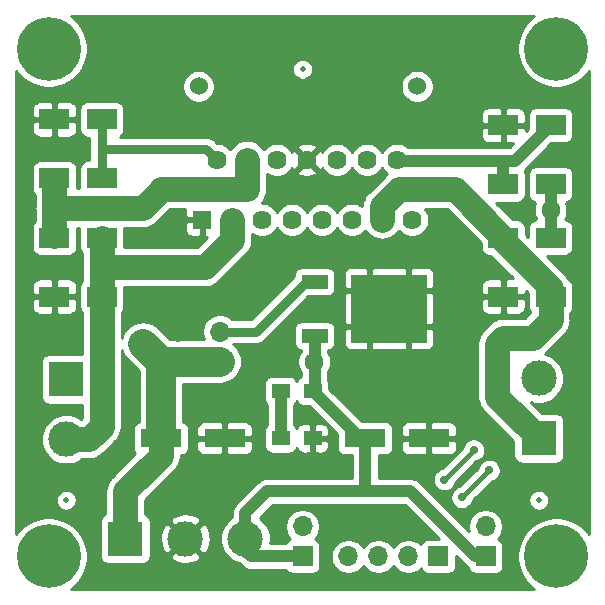
<source format=gbr>
%TF.GenerationSoftware,KiCad,Pcbnew,(5.1.10)-1*%
%TF.CreationDate,2021-10-13T16:11:29-06:00*%
%TF.ProjectId,ReplicaDriverPuenteHL298,5265706c-6963-4614-9472-697665725075,1.0*%
%TF.SameCoordinates,Original*%
%TF.FileFunction,Copper,L1,Top*%
%TF.FilePolarity,Positive*%
%FSLAX46Y46*%
G04 Gerber Fmt 4.6, Leading zero omitted, Abs format (unit mm)*
G04 Created by KiCad (PCBNEW (5.1.10)-1) date 2021-10-13 16:11:29*
%MOMM*%
%LPD*%
G01*
G04 APERTURE LIST*
%TA.AperFunction,SMDPad,CuDef*%
%ADD10C,0.500000*%
%TD*%
%TA.AperFunction,ComponentPad*%
%ADD11C,1.524000*%
%TD*%
%TA.AperFunction,SMDPad,CuDef*%
%ADD12R,3.500000X1.600000*%
%TD*%
%TA.AperFunction,ComponentPad*%
%ADD13R,1.620000X1.620000*%
%TD*%
%TA.AperFunction,ComponentPad*%
%ADD14C,1.620000*%
%TD*%
%TA.AperFunction,ComponentPad*%
%ADD15C,5.400000*%
%TD*%
%TA.AperFunction,SMDPad,CuDef*%
%ADD16R,2.500000X1.800000*%
%TD*%
%TA.AperFunction,SMDPad,CuDef*%
%ADD17R,1.500000X1.300000*%
%TD*%
%TA.AperFunction,ComponentPad*%
%ADD18O,1.700000X1.700000*%
%TD*%
%TA.AperFunction,ComponentPad*%
%ADD19R,1.700000X1.700000*%
%TD*%
%TA.AperFunction,ComponentPad*%
%ADD20R,3.000000X3.000000*%
%TD*%
%TA.AperFunction,ComponentPad*%
%ADD21C,3.000000*%
%TD*%
%TA.AperFunction,SMDPad,CuDef*%
%ADD22R,3.050000X2.750000*%
%TD*%
%TA.AperFunction,SMDPad,CuDef*%
%ADD23R,6.400000X5.800000*%
%TD*%
%TA.AperFunction,SMDPad,CuDef*%
%ADD24R,2.200000X1.200000*%
%TD*%
%TA.AperFunction,ViaPad*%
%ADD25C,0.700000*%
%TD*%
%TA.AperFunction,ViaPad*%
%ADD26C,1.600000*%
%TD*%
%TA.AperFunction,Conductor*%
%ADD27C,2.100000*%
%TD*%
%TA.AperFunction,Conductor*%
%ADD28C,2.500000*%
%TD*%
%TA.AperFunction,Conductor*%
%ADD29C,1.000000*%
%TD*%
%TA.AperFunction,Conductor*%
%ADD30C,0.800000*%
%TD*%
%TA.AperFunction,Conductor*%
%ADD31C,0.400000*%
%TD*%
%TA.AperFunction,Conductor*%
%ADD32C,0.254000*%
%TD*%
%TA.AperFunction,Conductor*%
%ADD33C,0.100000*%
%TD*%
G04 APERTURE END LIST*
D10*
%TO.P,FID3,~*%
%TO.N,N/C*%
X170500000Y-112750000D03*
%TD*%
%TO.P,FID2,~*%
%TO.N,N/C*%
X130500000Y-112750000D03*
%TD*%
%TO.P,FID1,~*%
%TO.N,N/C*%
X150500000Y-76250000D03*
%TD*%
D11*
%TO.P,HS1,1*%
%TO.N,N/C*%
X141700000Y-77700000D03*
%TO.P,HS1,2*%
X160200000Y-77700000D03*
%TD*%
D12*
%TO.P,C2,1*%
%TO.N,+5V*%
X155800000Y-107500000D03*
%TO.P,C2,2*%
%TO.N,GND*%
X161200000Y-107500000D03*
%TD*%
D13*
%TO.P,U1,1*%
%TO.N,GND*%
X142000000Y-89000000D03*
D14*
%TO.P,U1,2*%
%TO.N,Net-(D1-Pad2)*%
X143270000Y-83920000D03*
%TO.P,U1,3*%
%TO.N,Net-(D2-Pad2)*%
X144540000Y-89000000D03*
%TO.P,U1,4*%
%TO.N,VCC*%
X145810000Y-83920000D03*
%TO.P,U1,5*%
%TO.N,Net-(J1-Pad4)*%
X147080000Y-89000000D03*
%TO.P,U1,6*%
%TO.N,/EnA*%
X148350000Y-83920000D03*
%TO.P,U1,7*%
%TO.N,Net-(J1-Pad3)*%
X149620000Y-89000000D03*
%TO.P,U1,8*%
%TO.N,GND*%
X150890000Y-83920000D03*
%TO.P,U1,9*%
%TO.N,+5V*%
X152160000Y-89000000D03*
%TO.P,U1,10*%
%TO.N,Net-(J1-Pad2)*%
X153430000Y-83920000D03*
%TO.P,U1,11*%
%TO.N,/EnB*%
X154700000Y-89000000D03*
%TO.P,U1,12*%
%TO.N,Net-(J1-Pad1)*%
X155970000Y-83920000D03*
%TO.P,U1,13*%
%TO.N,Net-(D3-Pad2)*%
X157240000Y-89000000D03*
%TO.P,U1,14*%
%TO.N,Net-(D4-Pad2)*%
X158510000Y-83920000D03*
%TO.P,U1,15*%
%TO.N,Net-(U1-Pad15)*%
X159780000Y-89000000D03*
%TD*%
D15*
%TO.P,H4,1*%
%TO.N,N/C*%
X129000000Y-74500000D03*
%TD*%
%TO.P,H3,1*%
%TO.N,N/C*%
X172000000Y-74500000D03*
%TD*%
%TO.P,H2,1*%
%TO.N,N/C*%
X172000000Y-117500000D03*
%TD*%
%TO.P,H1,1*%
%TO.N,N/C*%
X129000000Y-117500000D03*
%TD*%
D12*
%TO.P,C1,2*%
%TO.N,GND*%
X143900000Y-107500000D03*
%TO.P,C1,1*%
%TO.N,VCC*%
X138500000Y-107500000D03*
%TD*%
D16*
%TO.P,D1,2*%
%TO.N,Net-(D1-Pad2)*%
X133500000Y-85500000D03*
%TO.P,D1,1*%
%TO.N,VCC*%
X129500000Y-85500000D03*
%TD*%
%TO.P,D2,1*%
%TO.N,VCC*%
X129500000Y-90500000D03*
%TO.P,D2,2*%
%TO.N,Net-(D2-Pad2)*%
X133500000Y-90500000D03*
%TD*%
%TO.P,D3,2*%
%TO.N,Net-(D3-Pad2)*%
X167500000Y-90500000D03*
%TO.P,D3,1*%
%TO.N,VCC*%
X171500000Y-90500000D03*
%TD*%
%TO.P,D4,1*%
%TO.N,VCC*%
X171500000Y-86000000D03*
%TO.P,D4,2*%
%TO.N,Net-(D4-Pad2)*%
X167500000Y-86000000D03*
%TD*%
%TO.P,D5,2*%
%TO.N,GND*%
X129500000Y-80500000D03*
%TO.P,D5,1*%
%TO.N,Net-(D1-Pad2)*%
X133500000Y-80500000D03*
%TD*%
%TO.P,D6,1*%
%TO.N,Net-(D2-Pad2)*%
X133500000Y-95500000D03*
%TO.P,D6,2*%
%TO.N,GND*%
X129500000Y-95500000D03*
%TD*%
%TO.P,D7,2*%
%TO.N,GND*%
X167500000Y-95500000D03*
%TO.P,D7,1*%
%TO.N,Net-(D3-Pad2)*%
X171500000Y-95500000D03*
%TD*%
%TO.P,D8,1*%
%TO.N,Net-(D4-Pad2)*%
X171500000Y-81000000D03*
%TO.P,D8,2*%
%TO.N,GND*%
X167500000Y-81000000D03*
%TD*%
D17*
%TO.P,D9,2*%
%TO.N,Net-(D9-Pad2)*%
X148650000Y-107500000D03*
%TO.P,D9,1*%
%TO.N,GND*%
X151350000Y-107500000D03*
%TD*%
D18*
%TO.P,J1,4*%
%TO.N,Net-(J1-Pad4)*%
X154380000Y-117500000D03*
%TO.P,J1,3*%
%TO.N,Net-(J1-Pad3)*%
X156920000Y-117500000D03*
%TO.P,J1,2*%
%TO.N,Net-(J1-Pad2)*%
X159460000Y-117500000D03*
D19*
%TO.P,J1,1*%
%TO.N,Net-(J1-Pad1)*%
X162000000Y-117500000D03*
%TD*%
D20*
%TO.P,J2,1*%
%TO.N,Net-(D1-Pad2)*%
X130500000Y-102500000D03*
D21*
%TO.P,J2,2*%
%TO.N,Net-(D2-Pad2)*%
X130500000Y-107580000D03*
%TD*%
%TO.P,J3,2*%
%TO.N,Net-(D4-Pad2)*%
X170500000Y-102420000D03*
D20*
%TO.P,J3,1*%
%TO.N,Net-(D3-Pad2)*%
X170500000Y-107500000D03*
%TD*%
D18*
%TO.P,J4,2*%
%TO.N,/EnA*%
X150500000Y-114960000D03*
D19*
%TO.P,J4,1*%
%TO.N,+5V*%
X150500000Y-117500000D03*
%TD*%
D18*
%TO.P,J5,2*%
%TO.N,/EnB*%
X166000000Y-114960000D03*
D19*
%TO.P,J5,1*%
%TO.N,+5V*%
X166000000Y-117500000D03*
%TD*%
%TO.P,J6,1*%
%TO.N,VCC*%
X143500000Y-101000000D03*
D18*
%TO.P,J6,2*%
%TO.N,Net-(J6-Pad2)*%
X143500000Y-98460000D03*
%TD*%
D21*
%TO.P,J7,3*%
%TO.N,+5V*%
X145660000Y-116000000D03*
%TO.P,J7,2*%
%TO.N,GND*%
X140580000Y-116000000D03*
D20*
%TO.P,J7,1*%
%TO.N,VCC*%
X135500000Y-116000000D03*
%TD*%
D17*
%TO.P,R1,2*%
%TO.N,Net-(D9-Pad2)*%
X148650000Y-103500000D03*
%TO.P,R1,1*%
%TO.N,+5V*%
X151350000Y-103500000D03*
%TD*%
D22*
%TO.P,U2,2*%
%TO.N,GND*%
X156150000Y-98050000D03*
X159500000Y-95000000D03*
X156150000Y-95000000D03*
X159500000Y-98050000D03*
D23*
X157825000Y-96525000D03*
D24*
%TO.P,U2,3*%
%TO.N,+5V*%
X151525000Y-98805000D03*
%TO.P,U2,1*%
%TO.N,Net-(J6-Pad2)*%
X151525000Y-94245000D03*
%TD*%
D25*
%TO.N,GND*%
X140000000Y-88500000D03*
X141000000Y-91000000D03*
X140000000Y-95000000D03*
X140000000Y-97000000D03*
X140000000Y-99000000D03*
X156000000Y-101000000D03*
X142000000Y-95000000D03*
X144000000Y-95000000D03*
X146000000Y-93000000D03*
X146000000Y-95000000D03*
X140000000Y-90000000D03*
X156000000Y-101000000D03*
X158000000Y-101000000D03*
X160000000Y-101000000D03*
X162000000Y-101000000D03*
X156000000Y-103000000D03*
X158000000Y-103000000D03*
X160000000Y-103000000D03*
X162000000Y-103000000D03*
X156000000Y-92000000D03*
X158000000Y-92000000D03*
X160000000Y-92000000D03*
X162000000Y-92000000D03*
X163000000Y-94000000D03*
X163000000Y-96500000D03*
X163000000Y-99000000D03*
D26*
%TO.N,VCC*%
X137000000Y-88000000D03*
X137000000Y-99500000D03*
X171500000Y-88200000D03*
%TO.N,+5V*%
X151500000Y-101000000D03*
D25*
%TO.N,Net-(J1-Pad2)*%
X162500000Y-111000000D03*
X165000000Y-108500000D03*
%TO.N,Net-(J1-Pad1)*%
X164000000Y-112500000D03*
X166300000Y-110200000D03*
%TD*%
D27*
%TO.N,VCC*%
X129500000Y-87900000D02*
X129500000Y-90400000D01*
X129500000Y-85900000D02*
X129500000Y-88400000D01*
D28*
X138500000Y-101000000D02*
X137000000Y-99500000D01*
X138500000Y-107500000D02*
X138500000Y-101000000D01*
D29*
X171500000Y-86000000D02*
X171500000Y-88500000D01*
X171500000Y-88500000D02*
X171500000Y-90500000D01*
D28*
X143500000Y-101000000D02*
X138500000Y-101000000D01*
D27*
X145800000Y-83930000D02*
X145810000Y-83920000D01*
X137000000Y-88000000D02*
X129500000Y-88000000D01*
X145800000Y-86400000D02*
X145800000Y-83930000D01*
X138550000Y-86400000D02*
X145800000Y-86400000D01*
X137000000Y-88000000D02*
X138500000Y-86500000D01*
X138500000Y-107500000D02*
X138500000Y-109000000D01*
X135500000Y-112000000D02*
X135500000Y-116000000D01*
X138500000Y-109000000D02*
X135500000Y-112000000D01*
D30*
%TO.N,+5V*%
X151525000Y-103325000D02*
X151350000Y-103500000D01*
D29*
X146160000Y-117500000D02*
X145660000Y-117000000D01*
X150500000Y-117500000D02*
X146160000Y-117500000D01*
X151525000Y-101025000D02*
X151500000Y-101000000D01*
X151525000Y-98805000D02*
X151525000Y-101025000D01*
X151525000Y-101025000D02*
X151525000Y-103325000D01*
X165500000Y-117500000D02*
X166000000Y-117500000D01*
X156000000Y-112000000D02*
X159000000Y-112000000D01*
X155350000Y-107500000D02*
X151350000Y-103500000D01*
X155800000Y-107500000D02*
X155350000Y-107500000D01*
D30*
X165140002Y-117500000D02*
X166000000Y-117500000D01*
D29*
X159640002Y-112000000D02*
X165140002Y-117500000D01*
X159000000Y-112000000D02*
X159640002Y-112000000D01*
X155800000Y-111800000D02*
X156000000Y-112000000D01*
X155800000Y-107500000D02*
X155800000Y-111800000D01*
X145660000Y-113840000D02*
X145660000Y-117000000D01*
X147500000Y-112000000D02*
X145660000Y-113840000D01*
X156000000Y-112000000D02*
X147500000Y-112000000D01*
D30*
%TO.N,Net-(D1-Pad2)*%
X142350000Y-83000000D02*
X143270000Y-83920000D01*
X133500000Y-83000000D02*
X142350000Y-83000000D01*
X133500000Y-85500000D02*
X133500000Y-83000000D01*
X133500000Y-83000000D02*
X133500000Y-80500000D01*
D27*
%TO.N,Net-(D2-Pad2)*%
X133500000Y-95500000D02*
X133500000Y-93000000D01*
X133500000Y-93000000D02*
X133500000Y-90500000D01*
X142230002Y-93000000D02*
X133500000Y-93000000D01*
X144540000Y-90690002D02*
X142230002Y-93000000D01*
X144540000Y-89000000D02*
X144540000Y-90690002D01*
X133500000Y-95900000D02*
X133500000Y-95500000D01*
X130500000Y-107580000D02*
X132420000Y-107580000D01*
X133500000Y-106500000D02*
X132420000Y-107580000D01*
X133500000Y-95500000D02*
X133500000Y-106500000D01*
%TO.N,Net-(D3-Pad2)*%
X157240000Y-87854488D02*
X158694488Y-86400000D01*
X157240000Y-89000000D02*
X157240000Y-87854488D01*
X163400000Y-86400000D02*
X167500000Y-90500000D01*
X158694488Y-86400000D02*
X163400000Y-86400000D01*
X171500000Y-94739998D02*
X171500000Y-95500000D01*
X167500000Y-90739998D02*
X171500000Y-94739998D01*
X167500000Y-90500000D02*
X167500000Y-90739998D01*
X167000000Y-104000000D02*
X170500000Y-107500000D01*
X167500000Y-99000000D02*
X167000000Y-99500000D01*
X170000000Y-99000000D02*
X167500000Y-99000000D01*
X171500000Y-97500000D02*
X170000000Y-99000000D01*
X167000000Y-99500000D02*
X167000000Y-104000000D01*
X171500000Y-95500000D02*
X171500000Y-97500000D01*
D29*
%TO.N,Net-(D4-Pad2)*%
X158590000Y-84000000D02*
X158510000Y-83920000D01*
X167500000Y-84000000D02*
X158590000Y-84000000D01*
X167500000Y-86000000D02*
X167500000Y-84000000D01*
X168500000Y-84000000D02*
X171500000Y-81000000D01*
X167500000Y-84000000D02*
X168500000Y-84000000D01*
%TO.N,Net-(D9-Pad2)*%
X148650000Y-107500000D02*
X148650000Y-103500000D01*
D31*
%TO.N,Net-(J1-Pad2)*%
X162500000Y-111000000D02*
X165000000Y-108500000D01*
%TO.N,Net-(J1-Pad1)*%
X164000000Y-112500000D02*
X166300000Y-110200000D01*
D30*
%TO.N,Net-(J6-Pad2)*%
X151525000Y-94245000D02*
X150755000Y-94245000D01*
X146540000Y-98460000D02*
X143500000Y-98460000D01*
X150755000Y-94245000D02*
X146540000Y-98460000D01*
%TD*%
D32*
%TO.N,GND*%
X169874061Y-71909536D02*
X169409536Y-72374061D01*
X169044561Y-72920285D01*
X168793162Y-73527216D01*
X168665000Y-74171531D01*
X168665000Y-74828469D01*
X168793162Y-75472784D01*
X169044561Y-76079715D01*
X169409536Y-76625939D01*
X169874061Y-77090464D01*
X170420285Y-77455439D01*
X171027216Y-77706838D01*
X171671531Y-77835000D01*
X172328469Y-77835000D01*
X172972784Y-77706838D01*
X173579715Y-77455439D01*
X174125939Y-77090464D01*
X174590464Y-76625939D01*
X174765000Y-76364727D01*
X174765001Y-115635274D01*
X174590464Y-115374061D01*
X174125939Y-114909536D01*
X173579715Y-114544561D01*
X172972784Y-114293162D01*
X172328469Y-114165000D01*
X171671531Y-114165000D01*
X171027216Y-114293162D01*
X170420285Y-114544561D01*
X169874061Y-114909536D01*
X169409536Y-115374061D01*
X169044561Y-115920285D01*
X168793162Y-116527216D01*
X168665000Y-117171531D01*
X168665000Y-117828469D01*
X168793162Y-118472784D01*
X169044561Y-119079715D01*
X169409536Y-119625939D01*
X169874061Y-120090464D01*
X170135273Y-120265000D01*
X130864727Y-120265000D01*
X131125939Y-120090464D01*
X131590464Y-119625939D01*
X131955439Y-119079715D01*
X132206838Y-118472784D01*
X132335000Y-117828469D01*
X132335000Y-117171531D01*
X132206838Y-116527216D01*
X131955439Y-115920285D01*
X131590464Y-115374061D01*
X131125939Y-114909536D01*
X130579715Y-114544561D01*
X129972784Y-114293162D01*
X129328469Y-114165000D01*
X128671531Y-114165000D01*
X128027216Y-114293162D01*
X127420285Y-114544561D01*
X126874061Y-114909536D01*
X126409536Y-115374061D01*
X126235000Y-115635273D01*
X126235000Y-112662835D01*
X129615000Y-112662835D01*
X129615000Y-112837165D01*
X129649010Y-113008145D01*
X129715723Y-113169205D01*
X129812576Y-113314155D01*
X129935845Y-113437424D01*
X130080795Y-113534277D01*
X130241855Y-113600990D01*
X130412835Y-113635000D01*
X130587165Y-113635000D01*
X130758145Y-113600990D01*
X130919205Y-113534277D01*
X131064155Y-113437424D01*
X131187424Y-113314155D01*
X131284277Y-113169205D01*
X131350990Y-113008145D01*
X131385000Y-112837165D01*
X131385000Y-112662835D01*
X131350990Y-112491855D01*
X131284277Y-112330795D01*
X131187424Y-112185845D01*
X131064155Y-112062576D01*
X130919205Y-111965723D01*
X130758145Y-111899010D01*
X130587165Y-111865000D01*
X130412835Y-111865000D01*
X130241855Y-111899010D01*
X130080795Y-111965723D01*
X129935845Y-112062576D01*
X129812576Y-112185845D01*
X129715723Y-112330795D01*
X129649010Y-112491855D01*
X129615000Y-112662835D01*
X126235000Y-112662835D01*
X126235000Y-96400000D01*
X127611928Y-96400000D01*
X127624188Y-96524482D01*
X127660498Y-96644180D01*
X127719463Y-96754494D01*
X127798815Y-96851185D01*
X127895506Y-96930537D01*
X128005820Y-96989502D01*
X128125518Y-97025812D01*
X128250000Y-97038072D01*
X129214250Y-97035000D01*
X129373000Y-96876250D01*
X129373000Y-95627000D01*
X129627000Y-95627000D01*
X129627000Y-96876250D01*
X129785750Y-97035000D01*
X130750000Y-97038072D01*
X130874482Y-97025812D01*
X130994180Y-96989502D01*
X131104494Y-96930537D01*
X131201185Y-96851185D01*
X131280537Y-96754494D01*
X131339502Y-96644180D01*
X131375812Y-96524482D01*
X131388072Y-96400000D01*
X131385000Y-95785750D01*
X131226250Y-95627000D01*
X129627000Y-95627000D01*
X129373000Y-95627000D01*
X127773750Y-95627000D01*
X127615000Y-95785750D01*
X127611928Y-96400000D01*
X126235000Y-96400000D01*
X126235000Y-94600000D01*
X127611928Y-94600000D01*
X127615000Y-95214250D01*
X127773750Y-95373000D01*
X129373000Y-95373000D01*
X129373000Y-94123750D01*
X129627000Y-94123750D01*
X129627000Y-95373000D01*
X131226250Y-95373000D01*
X131385000Y-95214250D01*
X131388072Y-94600000D01*
X131375812Y-94475518D01*
X131339502Y-94355820D01*
X131280537Y-94245506D01*
X131201185Y-94148815D01*
X131104494Y-94069463D01*
X130994180Y-94010498D01*
X130874482Y-93974188D01*
X130750000Y-93961928D01*
X129785750Y-93965000D01*
X129627000Y-94123750D01*
X129373000Y-94123750D01*
X129214250Y-93965000D01*
X128250000Y-93961928D01*
X128125518Y-93974188D01*
X128005820Y-94010498D01*
X127895506Y-94069463D01*
X127798815Y-94148815D01*
X127719463Y-94245506D01*
X127660498Y-94355820D01*
X127624188Y-94475518D01*
X127611928Y-94600000D01*
X126235000Y-94600000D01*
X126235000Y-84600000D01*
X127611928Y-84600000D01*
X127611928Y-86400000D01*
X127624188Y-86524482D01*
X127660498Y-86644180D01*
X127719463Y-86754494D01*
X127798815Y-86851185D01*
X127815000Y-86864468D01*
X127815001Y-87817223D01*
X127815000Y-87817231D01*
X127815000Y-87917230D01*
X127806848Y-88000000D01*
X127815000Y-88082771D01*
X127815000Y-89135532D01*
X127798815Y-89148815D01*
X127719463Y-89245506D01*
X127660498Y-89355820D01*
X127624188Y-89475518D01*
X127611928Y-89600000D01*
X127611928Y-91400000D01*
X127624188Y-91524482D01*
X127660498Y-91644180D01*
X127719463Y-91754494D01*
X127798815Y-91851185D01*
X127895506Y-91930537D01*
X128005820Y-91989502D01*
X128125518Y-92025812D01*
X128250000Y-92038072D01*
X129095356Y-92038072D01*
X129169683Y-92060619D01*
X129500000Y-92093152D01*
X129830318Y-92060619D01*
X129904645Y-92038072D01*
X130750000Y-92038072D01*
X130874482Y-92025812D01*
X130994180Y-91989502D01*
X131104494Y-91930537D01*
X131201185Y-91851185D01*
X131280537Y-91754494D01*
X131339502Y-91644180D01*
X131375812Y-91524482D01*
X131388072Y-91400000D01*
X131388072Y-89685000D01*
X131611928Y-89685000D01*
X131611928Y-91400000D01*
X131624188Y-91524482D01*
X131660498Y-91644180D01*
X131719463Y-91754494D01*
X131798815Y-91851185D01*
X131815000Y-91864468D01*
X131815000Y-92917229D01*
X131806848Y-93000000D01*
X131815001Y-93082779D01*
X131815001Y-94135532D01*
X131798815Y-94148815D01*
X131719463Y-94245506D01*
X131660498Y-94355820D01*
X131624188Y-94475518D01*
X131611928Y-94600000D01*
X131611928Y-96400000D01*
X131624188Y-96524482D01*
X131660498Y-96644180D01*
X131719463Y-96754494D01*
X131798815Y-96851185D01*
X131815000Y-96864468D01*
X131815000Y-100361928D01*
X129000000Y-100361928D01*
X128875518Y-100374188D01*
X128755820Y-100410498D01*
X128645506Y-100469463D01*
X128548815Y-100548815D01*
X128469463Y-100645506D01*
X128410498Y-100755820D01*
X128374188Y-100875518D01*
X128361928Y-101000000D01*
X128361928Y-104000000D01*
X128374188Y-104124482D01*
X128410498Y-104244180D01*
X128469463Y-104354494D01*
X128548815Y-104451185D01*
X128645506Y-104530537D01*
X128755820Y-104589502D01*
X128875518Y-104625812D01*
X129000000Y-104638072D01*
X131815001Y-104638072D01*
X131815001Y-105802050D01*
X131761732Y-105855319D01*
X131511302Y-105687988D01*
X131122756Y-105527047D01*
X130710279Y-105445000D01*
X130289721Y-105445000D01*
X129877244Y-105527047D01*
X129488698Y-105687988D01*
X129139017Y-105921637D01*
X128841637Y-106219017D01*
X128607988Y-106568698D01*
X128447047Y-106957244D01*
X128365000Y-107369721D01*
X128365000Y-107790279D01*
X128447047Y-108202756D01*
X128607988Y-108591302D01*
X128841637Y-108940983D01*
X129139017Y-109238363D01*
X129488698Y-109472012D01*
X129877244Y-109632953D01*
X130289721Y-109715000D01*
X130710279Y-109715000D01*
X131122756Y-109632953D01*
X131511302Y-109472012D01*
X131821118Y-109265000D01*
X132337241Y-109265000D01*
X132420000Y-109273151D01*
X132502759Y-109265000D01*
X132502770Y-109265000D01*
X132750318Y-109240619D01*
X133067941Y-109144268D01*
X133267685Y-109037503D01*
X133360664Y-108987805D01*
X133552947Y-108830002D01*
X133617239Y-108777239D01*
X133670003Y-108712946D01*
X134632946Y-107750003D01*
X134697239Y-107697239D01*
X134783117Y-107592596D01*
X134907805Y-107440665D01*
X135064268Y-107147941D01*
X135160619Y-106830318D01*
X135185000Y-106582770D01*
X135185000Y-106582759D01*
X135193151Y-106500000D01*
X135185000Y-106417241D01*
X135185000Y-100010369D01*
X135250062Y-100224848D01*
X135425098Y-100552317D01*
X135601628Y-100767420D01*
X136615001Y-101780793D01*
X136615000Y-106077379D01*
X136505820Y-106110498D01*
X136395506Y-106169463D01*
X136298815Y-106248815D01*
X136219463Y-106345506D01*
X136160498Y-106455820D01*
X136124188Y-106575518D01*
X136111928Y-106700000D01*
X136111928Y-108300000D01*
X136124188Y-108424482D01*
X136160498Y-108544180D01*
X136219463Y-108654494D01*
X136298815Y-108751185D01*
X136335642Y-108781408D01*
X134367053Y-110749997D01*
X134302761Y-110802761D01*
X134249998Y-110867053D01*
X134092195Y-111059336D01*
X134020456Y-111193552D01*
X133935732Y-111352060D01*
X133839381Y-111669683D01*
X133815000Y-111917231D01*
X133815000Y-111917241D01*
X133806849Y-112000000D01*
X133815000Y-112082760D01*
X133815000Y-113892546D01*
X133755820Y-113910498D01*
X133645506Y-113969463D01*
X133548815Y-114048815D01*
X133469463Y-114145506D01*
X133410498Y-114255820D01*
X133374188Y-114375518D01*
X133361928Y-114500000D01*
X133361928Y-117500000D01*
X133374188Y-117624482D01*
X133410498Y-117744180D01*
X133469463Y-117854494D01*
X133548815Y-117951185D01*
X133645506Y-118030537D01*
X133755820Y-118089502D01*
X133875518Y-118125812D01*
X134000000Y-118138072D01*
X137000000Y-118138072D01*
X137124482Y-118125812D01*
X137244180Y-118089502D01*
X137354494Y-118030537D01*
X137451185Y-117951185D01*
X137530537Y-117854494D01*
X137589502Y-117744180D01*
X137625812Y-117624482D01*
X137638072Y-117500000D01*
X137638072Y-117491653D01*
X139267952Y-117491653D01*
X139423962Y-117807214D01*
X139798745Y-117998020D01*
X140203551Y-118112044D01*
X140622824Y-118144902D01*
X141040451Y-118095334D01*
X141440383Y-117965243D01*
X141736038Y-117807214D01*
X141892048Y-117491653D01*
X140580000Y-116179605D01*
X139267952Y-117491653D01*
X137638072Y-117491653D01*
X137638072Y-116042824D01*
X138435098Y-116042824D01*
X138484666Y-116460451D01*
X138614757Y-116860383D01*
X138772786Y-117156038D01*
X139088347Y-117312048D01*
X140400395Y-116000000D01*
X140759605Y-116000000D01*
X142071653Y-117312048D01*
X142387214Y-117156038D01*
X142578020Y-116781255D01*
X142692044Y-116376449D01*
X142724902Y-115957176D01*
X142705027Y-115789721D01*
X143525000Y-115789721D01*
X143525000Y-116210279D01*
X143607047Y-116622756D01*
X143767988Y-117011302D01*
X144001637Y-117360983D01*
X144299017Y-117658363D01*
X144648698Y-117892012D01*
X145037244Y-118052953D01*
X145125347Y-118070478D01*
X145318004Y-118263135D01*
X145353551Y-118306449D01*
X145526377Y-118448284D01*
X145723553Y-118553676D01*
X145937501Y-118618577D01*
X146160000Y-118640491D01*
X146215752Y-118635000D01*
X149082317Y-118635000D01*
X149119463Y-118704494D01*
X149198815Y-118801185D01*
X149295506Y-118880537D01*
X149405820Y-118939502D01*
X149525518Y-118975812D01*
X149650000Y-118988072D01*
X151350000Y-118988072D01*
X151474482Y-118975812D01*
X151594180Y-118939502D01*
X151704494Y-118880537D01*
X151801185Y-118801185D01*
X151880537Y-118704494D01*
X151939502Y-118594180D01*
X151975812Y-118474482D01*
X151988072Y-118350000D01*
X151988072Y-116650000D01*
X151975812Y-116525518D01*
X151939502Y-116405820D01*
X151880537Y-116295506D01*
X151801185Y-116198815D01*
X151704494Y-116119463D01*
X151594180Y-116060498D01*
X151521620Y-116038487D01*
X151653475Y-115906632D01*
X151815990Y-115663411D01*
X151927932Y-115393158D01*
X151985000Y-115106260D01*
X151985000Y-114813740D01*
X151927932Y-114526842D01*
X151815990Y-114256589D01*
X151653475Y-114013368D01*
X151446632Y-113806525D01*
X151203411Y-113644010D01*
X150933158Y-113532068D01*
X150646260Y-113475000D01*
X150353740Y-113475000D01*
X150066842Y-113532068D01*
X149796589Y-113644010D01*
X149553368Y-113806525D01*
X149346525Y-114013368D01*
X149184010Y-114256589D01*
X149072068Y-114526842D01*
X149015000Y-114813740D01*
X149015000Y-115106260D01*
X149072068Y-115393158D01*
X149184010Y-115663411D01*
X149346525Y-115906632D01*
X149478380Y-116038487D01*
X149405820Y-116060498D01*
X149295506Y-116119463D01*
X149198815Y-116198815D01*
X149119463Y-116295506D01*
X149082317Y-116365000D01*
X147764224Y-116365000D01*
X147795000Y-116210279D01*
X147795000Y-115789721D01*
X147712953Y-115377244D01*
X147552012Y-114988698D01*
X147318363Y-114639017D01*
X147020983Y-114341637D01*
X146866630Y-114238502D01*
X147970132Y-113135000D01*
X155944249Y-113135000D01*
X156000000Y-113140491D01*
X156055752Y-113135000D01*
X159169871Y-113135000D01*
X162046798Y-116011928D01*
X161150000Y-116011928D01*
X161025518Y-116024188D01*
X160905820Y-116060498D01*
X160795506Y-116119463D01*
X160698815Y-116198815D01*
X160619463Y-116295506D01*
X160560498Y-116405820D01*
X160538487Y-116478380D01*
X160406632Y-116346525D01*
X160163411Y-116184010D01*
X159893158Y-116072068D01*
X159606260Y-116015000D01*
X159313740Y-116015000D01*
X159026842Y-116072068D01*
X158756589Y-116184010D01*
X158513368Y-116346525D01*
X158306525Y-116553368D01*
X158190000Y-116727760D01*
X158073475Y-116553368D01*
X157866632Y-116346525D01*
X157623411Y-116184010D01*
X157353158Y-116072068D01*
X157066260Y-116015000D01*
X156773740Y-116015000D01*
X156486842Y-116072068D01*
X156216589Y-116184010D01*
X155973368Y-116346525D01*
X155766525Y-116553368D01*
X155650000Y-116727760D01*
X155533475Y-116553368D01*
X155326632Y-116346525D01*
X155083411Y-116184010D01*
X154813158Y-116072068D01*
X154526260Y-116015000D01*
X154233740Y-116015000D01*
X153946842Y-116072068D01*
X153676589Y-116184010D01*
X153433368Y-116346525D01*
X153226525Y-116553368D01*
X153064010Y-116796589D01*
X152952068Y-117066842D01*
X152895000Y-117353740D01*
X152895000Y-117646260D01*
X152952068Y-117933158D01*
X153064010Y-118203411D01*
X153226525Y-118446632D01*
X153433368Y-118653475D01*
X153676589Y-118815990D01*
X153946842Y-118927932D01*
X154233740Y-118985000D01*
X154526260Y-118985000D01*
X154813158Y-118927932D01*
X155083411Y-118815990D01*
X155326632Y-118653475D01*
X155533475Y-118446632D01*
X155650000Y-118272240D01*
X155766525Y-118446632D01*
X155973368Y-118653475D01*
X156216589Y-118815990D01*
X156486842Y-118927932D01*
X156773740Y-118985000D01*
X157066260Y-118985000D01*
X157353158Y-118927932D01*
X157623411Y-118815990D01*
X157866632Y-118653475D01*
X158073475Y-118446632D01*
X158190000Y-118272240D01*
X158306525Y-118446632D01*
X158513368Y-118653475D01*
X158756589Y-118815990D01*
X159026842Y-118927932D01*
X159313740Y-118985000D01*
X159606260Y-118985000D01*
X159893158Y-118927932D01*
X160163411Y-118815990D01*
X160406632Y-118653475D01*
X160538487Y-118521620D01*
X160560498Y-118594180D01*
X160619463Y-118704494D01*
X160698815Y-118801185D01*
X160795506Y-118880537D01*
X160905820Y-118939502D01*
X161025518Y-118975812D01*
X161150000Y-118988072D01*
X162850000Y-118988072D01*
X162974482Y-118975812D01*
X163094180Y-118939502D01*
X163204494Y-118880537D01*
X163301185Y-118801185D01*
X163380537Y-118704494D01*
X163439502Y-118594180D01*
X163475812Y-118474482D01*
X163488072Y-118350000D01*
X163488072Y-117453203D01*
X164376858Y-118341989D01*
X164506379Y-118448284D01*
X164522454Y-118456876D01*
X164524188Y-118474482D01*
X164560498Y-118594180D01*
X164619463Y-118704494D01*
X164698815Y-118801185D01*
X164795506Y-118880537D01*
X164905820Y-118939502D01*
X165025518Y-118975812D01*
X165150000Y-118988072D01*
X166850000Y-118988072D01*
X166974482Y-118975812D01*
X167094180Y-118939502D01*
X167204494Y-118880537D01*
X167301185Y-118801185D01*
X167380537Y-118704494D01*
X167439502Y-118594180D01*
X167475812Y-118474482D01*
X167488072Y-118350000D01*
X167488072Y-116650000D01*
X167475812Y-116525518D01*
X167439502Y-116405820D01*
X167380537Y-116295506D01*
X167301185Y-116198815D01*
X167204494Y-116119463D01*
X167094180Y-116060498D01*
X167021620Y-116038487D01*
X167153475Y-115906632D01*
X167315990Y-115663411D01*
X167427932Y-115393158D01*
X167485000Y-115106260D01*
X167485000Y-114813740D01*
X167427932Y-114526842D01*
X167315990Y-114256589D01*
X167153475Y-114013368D01*
X166946632Y-113806525D01*
X166703411Y-113644010D01*
X166433158Y-113532068D01*
X166146260Y-113475000D01*
X165853740Y-113475000D01*
X165566842Y-113532068D01*
X165296589Y-113644010D01*
X165053368Y-113806525D01*
X164846525Y-114013368D01*
X164684010Y-114256589D01*
X164572068Y-114526842D01*
X164515000Y-114813740D01*
X164515000Y-115106260D01*
X164555624Y-115310490D01*
X161648120Y-112402986D01*
X163015000Y-112402986D01*
X163015000Y-112597014D01*
X163052853Y-112787314D01*
X163127104Y-112966572D01*
X163234901Y-113127901D01*
X163372099Y-113265099D01*
X163533428Y-113372896D01*
X163712686Y-113447147D01*
X163902986Y-113485000D01*
X164097014Y-113485000D01*
X164287314Y-113447147D01*
X164466572Y-113372896D01*
X164627901Y-113265099D01*
X164765099Y-113127901D01*
X164872896Y-112966572D01*
X164947147Y-112787314D01*
X164960454Y-112720413D01*
X165018032Y-112662835D01*
X169615000Y-112662835D01*
X169615000Y-112837165D01*
X169649010Y-113008145D01*
X169715723Y-113169205D01*
X169812576Y-113314155D01*
X169935845Y-113437424D01*
X170080795Y-113534277D01*
X170241855Y-113600990D01*
X170412835Y-113635000D01*
X170587165Y-113635000D01*
X170758145Y-113600990D01*
X170919205Y-113534277D01*
X171064155Y-113437424D01*
X171187424Y-113314155D01*
X171284277Y-113169205D01*
X171350990Y-113008145D01*
X171385000Y-112837165D01*
X171385000Y-112662835D01*
X171350990Y-112491855D01*
X171284277Y-112330795D01*
X171187424Y-112185845D01*
X171064155Y-112062576D01*
X170919205Y-111965723D01*
X170758145Y-111899010D01*
X170587165Y-111865000D01*
X170412835Y-111865000D01*
X170241855Y-111899010D01*
X170080795Y-111965723D01*
X169935845Y-112062576D01*
X169812576Y-112185845D01*
X169715723Y-112330795D01*
X169649010Y-112491855D01*
X169615000Y-112662835D01*
X165018032Y-112662835D01*
X166520414Y-111160454D01*
X166587314Y-111147147D01*
X166766572Y-111072896D01*
X166927901Y-110965099D01*
X167065099Y-110827901D01*
X167172896Y-110666572D01*
X167247147Y-110487314D01*
X167285000Y-110297014D01*
X167285000Y-110102986D01*
X167247147Y-109912686D01*
X167172896Y-109733428D01*
X167065099Y-109572099D01*
X166927901Y-109434901D01*
X166766572Y-109327104D01*
X166587314Y-109252853D01*
X166397014Y-109215000D01*
X166202986Y-109215000D01*
X166012686Y-109252853D01*
X165833428Y-109327104D01*
X165672099Y-109434901D01*
X165534901Y-109572099D01*
X165427104Y-109733428D01*
X165352853Y-109912686D01*
X165339546Y-109979586D01*
X163779587Y-111539546D01*
X163712686Y-111552853D01*
X163533428Y-111627104D01*
X163372099Y-111734901D01*
X163234901Y-111872099D01*
X163127104Y-112033428D01*
X163052853Y-112212686D01*
X163015000Y-112402986D01*
X161648120Y-112402986D01*
X160481998Y-111236865D01*
X160446451Y-111193551D01*
X160273625Y-111051716D01*
X160076449Y-110946324D01*
X159933585Y-110902986D01*
X161515000Y-110902986D01*
X161515000Y-111097014D01*
X161552853Y-111287314D01*
X161627104Y-111466572D01*
X161734901Y-111627901D01*
X161872099Y-111765099D01*
X162033428Y-111872896D01*
X162212686Y-111947147D01*
X162402986Y-111985000D01*
X162597014Y-111985000D01*
X162787314Y-111947147D01*
X162966572Y-111872896D01*
X163127901Y-111765099D01*
X163265099Y-111627901D01*
X163372896Y-111466572D01*
X163447147Y-111287314D01*
X163460454Y-111220413D01*
X165220415Y-109460454D01*
X165287314Y-109447147D01*
X165466572Y-109372896D01*
X165627901Y-109265099D01*
X165765099Y-109127901D01*
X165872896Y-108966572D01*
X165947147Y-108787314D01*
X165985000Y-108597014D01*
X165985000Y-108402986D01*
X165947147Y-108212686D01*
X165872896Y-108033428D01*
X165765099Y-107872099D01*
X165627901Y-107734901D01*
X165466572Y-107627104D01*
X165287314Y-107552853D01*
X165097014Y-107515000D01*
X164902986Y-107515000D01*
X164712686Y-107552853D01*
X164533428Y-107627104D01*
X164372099Y-107734901D01*
X164234901Y-107872099D01*
X164127104Y-108033428D01*
X164052853Y-108212686D01*
X164039546Y-108279585D01*
X162279587Y-110039546D01*
X162212686Y-110052853D01*
X162033428Y-110127104D01*
X161872099Y-110234901D01*
X161734901Y-110372099D01*
X161627104Y-110533428D01*
X161552853Y-110712686D01*
X161515000Y-110902986D01*
X159933585Y-110902986D01*
X159862501Y-110881423D01*
X159695754Y-110865000D01*
X159695753Y-110865000D01*
X159640002Y-110859509D01*
X159584251Y-110865000D01*
X156935000Y-110865000D01*
X156935000Y-108938072D01*
X157550000Y-108938072D01*
X157674482Y-108925812D01*
X157794180Y-108889502D01*
X157904494Y-108830537D01*
X158001185Y-108751185D01*
X158080537Y-108654494D01*
X158139502Y-108544180D01*
X158175812Y-108424482D01*
X158188072Y-108300000D01*
X158811928Y-108300000D01*
X158824188Y-108424482D01*
X158860498Y-108544180D01*
X158919463Y-108654494D01*
X158998815Y-108751185D01*
X159095506Y-108830537D01*
X159205820Y-108889502D01*
X159325518Y-108925812D01*
X159450000Y-108938072D01*
X160914250Y-108935000D01*
X161073000Y-108776250D01*
X161073000Y-107627000D01*
X161327000Y-107627000D01*
X161327000Y-108776250D01*
X161485750Y-108935000D01*
X162950000Y-108938072D01*
X163074482Y-108925812D01*
X163194180Y-108889502D01*
X163304494Y-108830537D01*
X163401185Y-108751185D01*
X163480537Y-108654494D01*
X163539502Y-108544180D01*
X163575812Y-108424482D01*
X163588072Y-108300000D01*
X163585000Y-107785750D01*
X163426250Y-107627000D01*
X161327000Y-107627000D01*
X161073000Y-107627000D01*
X158973750Y-107627000D01*
X158815000Y-107785750D01*
X158811928Y-108300000D01*
X158188072Y-108300000D01*
X158188072Y-106700000D01*
X158811928Y-106700000D01*
X158815000Y-107214250D01*
X158973750Y-107373000D01*
X161073000Y-107373000D01*
X161073000Y-106223750D01*
X161327000Y-106223750D01*
X161327000Y-107373000D01*
X163426250Y-107373000D01*
X163585000Y-107214250D01*
X163588072Y-106700000D01*
X163575812Y-106575518D01*
X163539502Y-106455820D01*
X163480537Y-106345506D01*
X163401185Y-106248815D01*
X163304494Y-106169463D01*
X163194180Y-106110498D01*
X163074482Y-106074188D01*
X162950000Y-106061928D01*
X161485750Y-106065000D01*
X161327000Y-106223750D01*
X161073000Y-106223750D01*
X160914250Y-106065000D01*
X159450000Y-106061928D01*
X159325518Y-106074188D01*
X159205820Y-106110498D01*
X159095506Y-106169463D01*
X158998815Y-106248815D01*
X158919463Y-106345506D01*
X158860498Y-106455820D01*
X158824188Y-106575518D01*
X158811928Y-106700000D01*
X158188072Y-106700000D01*
X158175812Y-106575518D01*
X158139502Y-106455820D01*
X158080537Y-106345506D01*
X158001185Y-106248815D01*
X157904494Y-106169463D01*
X157794180Y-106110498D01*
X157674482Y-106074188D01*
X157550000Y-106061928D01*
X155517060Y-106061928D01*
X152738072Y-103282941D01*
X152738072Y-102850000D01*
X152725812Y-102725518D01*
X152689502Y-102605820D01*
X152660000Y-102550627D01*
X152660000Y-101846868D01*
X152771680Y-101679727D01*
X152879853Y-101418574D01*
X152935000Y-101141335D01*
X152935000Y-100858665D01*
X152879853Y-100581426D01*
X152771680Y-100320273D01*
X152660000Y-100153132D01*
X152660000Y-100039625D01*
X152749482Y-100030812D01*
X152869180Y-99994502D01*
X152979494Y-99935537D01*
X153076185Y-99856185D01*
X153155537Y-99759494D01*
X153214502Y-99649180D01*
X153250812Y-99529482D01*
X153261102Y-99425000D01*
X153986928Y-99425000D01*
X153999188Y-99549482D01*
X154035498Y-99669180D01*
X154094463Y-99779494D01*
X154173815Y-99876185D01*
X154270506Y-99955537D01*
X154380820Y-100014502D01*
X154500518Y-100050812D01*
X154625000Y-100063072D01*
X155864250Y-100060000D01*
X156023000Y-99901250D01*
X156023000Y-98177000D01*
X156277000Y-98177000D01*
X156277000Y-99901250D01*
X156435750Y-100060000D01*
X157675000Y-100063072D01*
X157799482Y-100050812D01*
X157825000Y-100043071D01*
X157850518Y-100050812D01*
X157975000Y-100063072D01*
X159214250Y-100060000D01*
X159373000Y-99901250D01*
X159373000Y-98177000D01*
X159627000Y-98177000D01*
X159627000Y-99901250D01*
X159785750Y-100060000D01*
X161025000Y-100063072D01*
X161149482Y-100050812D01*
X161269180Y-100014502D01*
X161379494Y-99955537D01*
X161476185Y-99876185D01*
X161555537Y-99779494D01*
X161614502Y-99669180D01*
X161650812Y-99549482D01*
X161663072Y-99425000D01*
X161660000Y-98335750D01*
X161501250Y-98177000D01*
X159627000Y-98177000D01*
X159373000Y-98177000D01*
X156277000Y-98177000D01*
X156023000Y-98177000D01*
X154148750Y-98177000D01*
X153990000Y-98335750D01*
X153986928Y-99425000D01*
X153261102Y-99425000D01*
X153263072Y-99405000D01*
X153263072Y-98205000D01*
X153250812Y-98080518D01*
X153214502Y-97960820D01*
X153155537Y-97850506D01*
X153076185Y-97753815D01*
X152979494Y-97674463D01*
X152869180Y-97615498D01*
X152749482Y-97579188D01*
X152625000Y-97566928D01*
X150425000Y-97566928D01*
X150300518Y-97579188D01*
X150180820Y-97615498D01*
X150070506Y-97674463D01*
X149973815Y-97753815D01*
X149894463Y-97850506D01*
X149835498Y-97960820D01*
X149799188Y-98080518D01*
X149786928Y-98205000D01*
X149786928Y-99405000D01*
X149799188Y-99529482D01*
X149835498Y-99649180D01*
X149894463Y-99759494D01*
X149973815Y-99856185D01*
X150070506Y-99935537D01*
X150180820Y-99994502D01*
X150300518Y-100030812D01*
X150390001Y-100039625D01*
X150390001Y-100080603D01*
X150385363Y-100085241D01*
X150228320Y-100320273D01*
X150120147Y-100581426D01*
X150065000Y-100858665D01*
X150065000Y-101141335D01*
X150120147Y-101418574D01*
X150228320Y-101679727D01*
X150385363Y-101914759D01*
X150390000Y-101919396D01*
X150390001Y-102250129D01*
X150355820Y-102260498D01*
X150245506Y-102319463D01*
X150148815Y-102398815D01*
X150069463Y-102495506D01*
X150010498Y-102605820D01*
X150000000Y-102640427D01*
X149989502Y-102605820D01*
X149930537Y-102495506D01*
X149851185Y-102398815D01*
X149754494Y-102319463D01*
X149644180Y-102260498D01*
X149524482Y-102224188D01*
X149400000Y-102211928D01*
X147900000Y-102211928D01*
X147775518Y-102224188D01*
X147655820Y-102260498D01*
X147545506Y-102319463D01*
X147448815Y-102398815D01*
X147369463Y-102495506D01*
X147310498Y-102605820D01*
X147274188Y-102725518D01*
X147261928Y-102850000D01*
X147261928Y-104150000D01*
X147274188Y-104274482D01*
X147310498Y-104394180D01*
X147369463Y-104504494D01*
X147448815Y-104601185D01*
X147515001Y-104655502D01*
X147515000Y-106344498D01*
X147448815Y-106398815D01*
X147369463Y-106495506D01*
X147310498Y-106605820D01*
X147274188Y-106725518D01*
X147261928Y-106850000D01*
X147261928Y-108150000D01*
X147274188Y-108274482D01*
X147310498Y-108394180D01*
X147369463Y-108504494D01*
X147448815Y-108601185D01*
X147545506Y-108680537D01*
X147655820Y-108739502D01*
X147775518Y-108775812D01*
X147900000Y-108788072D01*
X149400000Y-108788072D01*
X149524482Y-108775812D01*
X149644180Y-108739502D01*
X149754494Y-108680537D01*
X149851185Y-108601185D01*
X149930537Y-108504494D01*
X149989502Y-108394180D01*
X150000000Y-108359573D01*
X150010498Y-108394180D01*
X150069463Y-108504494D01*
X150148815Y-108601185D01*
X150245506Y-108680537D01*
X150355820Y-108739502D01*
X150475518Y-108775812D01*
X150600000Y-108788072D01*
X151064250Y-108785000D01*
X151223000Y-108626250D01*
X151223000Y-107627000D01*
X151477000Y-107627000D01*
X151477000Y-108626250D01*
X151635750Y-108785000D01*
X152100000Y-108788072D01*
X152224482Y-108775812D01*
X152344180Y-108739502D01*
X152454494Y-108680537D01*
X152551185Y-108601185D01*
X152630537Y-108504494D01*
X152689502Y-108394180D01*
X152725812Y-108274482D01*
X152738072Y-108150000D01*
X152735000Y-107785750D01*
X152576250Y-107627000D01*
X151477000Y-107627000D01*
X151223000Y-107627000D01*
X151203000Y-107627000D01*
X151203000Y-107373000D01*
X151223000Y-107373000D01*
X151223000Y-106373750D01*
X151477000Y-106373750D01*
X151477000Y-107373000D01*
X152576250Y-107373000D01*
X152735000Y-107214250D01*
X152738072Y-106850000D01*
X152725812Y-106725518D01*
X152689502Y-106605820D01*
X152630537Y-106495506D01*
X152551185Y-106398815D01*
X152454494Y-106319463D01*
X152344180Y-106260498D01*
X152224482Y-106224188D01*
X152100000Y-106211928D01*
X151635750Y-106215000D01*
X151477000Y-106373750D01*
X151223000Y-106373750D01*
X151064250Y-106215000D01*
X150600000Y-106211928D01*
X150475518Y-106224188D01*
X150355820Y-106260498D01*
X150245506Y-106319463D01*
X150148815Y-106398815D01*
X150069463Y-106495506D01*
X150010498Y-106605820D01*
X150000000Y-106640427D01*
X149989502Y-106605820D01*
X149930537Y-106495506D01*
X149851185Y-106398815D01*
X149785000Y-106344499D01*
X149785000Y-104655501D01*
X149851185Y-104601185D01*
X149930537Y-104504494D01*
X149989502Y-104394180D01*
X150000000Y-104359573D01*
X150010498Y-104394180D01*
X150069463Y-104504494D01*
X150148815Y-104601185D01*
X150245506Y-104680537D01*
X150355820Y-104739502D01*
X150475518Y-104775812D01*
X150600000Y-104788072D01*
X151032941Y-104788072D01*
X153411928Y-107167060D01*
X153411928Y-108300000D01*
X153424188Y-108424482D01*
X153460498Y-108544180D01*
X153519463Y-108654494D01*
X153598815Y-108751185D01*
X153695506Y-108830537D01*
X153805820Y-108889502D01*
X153925518Y-108925812D01*
X154050000Y-108938072D01*
X154665000Y-108938072D01*
X154665001Y-110865000D01*
X147555751Y-110865000D01*
X147500000Y-110859509D01*
X147444248Y-110865000D01*
X147277501Y-110881423D01*
X147063553Y-110946324D01*
X146866377Y-111051716D01*
X146693551Y-111193551D01*
X146658011Y-111236857D01*
X144896865Y-112998004D01*
X144853551Y-113033551D01*
X144711716Y-113206377D01*
X144622711Y-113372896D01*
X144606324Y-113403554D01*
X144541423Y-113617502D01*
X144519509Y-113840000D01*
X144525000Y-113895752D01*
X144525000Y-114190640D01*
X144299017Y-114341637D01*
X144001637Y-114639017D01*
X143767988Y-114988698D01*
X143607047Y-115377244D01*
X143525000Y-115789721D01*
X142705027Y-115789721D01*
X142675334Y-115539549D01*
X142545243Y-115139617D01*
X142387214Y-114843962D01*
X142071653Y-114687952D01*
X140759605Y-116000000D01*
X140400395Y-116000000D01*
X139088347Y-114687952D01*
X138772786Y-114843962D01*
X138581980Y-115218745D01*
X138467956Y-115623551D01*
X138435098Y-116042824D01*
X137638072Y-116042824D01*
X137638072Y-114508347D01*
X139267952Y-114508347D01*
X140580000Y-115820395D01*
X141892048Y-114508347D01*
X141736038Y-114192786D01*
X141361255Y-114001980D01*
X140956449Y-113887956D01*
X140537176Y-113855098D01*
X140119549Y-113904666D01*
X139719617Y-114034757D01*
X139423962Y-114192786D01*
X139267952Y-114508347D01*
X137638072Y-114508347D01*
X137638072Y-114500000D01*
X137625812Y-114375518D01*
X137589502Y-114255820D01*
X137530537Y-114145506D01*
X137451185Y-114048815D01*
X137354494Y-113969463D01*
X137244180Y-113910498D01*
X137185000Y-113892546D01*
X137185000Y-112697949D01*
X139632952Y-110249998D01*
X139697239Y-110197239D01*
X139749998Y-110132952D01*
X139750002Y-110132948D01*
X139907805Y-109940665D01*
X140064268Y-109647941D01*
X140084707Y-109580562D01*
X140160619Y-109330318D01*
X140185000Y-109082770D01*
X140185000Y-109082759D01*
X140193151Y-109000000D01*
X140187052Y-108938072D01*
X140250000Y-108938072D01*
X140374482Y-108925812D01*
X140494180Y-108889502D01*
X140604494Y-108830537D01*
X140701185Y-108751185D01*
X140780537Y-108654494D01*
X140839502Y-108544180D01*
X140875812Y-108424482D01*
X140888072Y-108300000D01*
X141511928Y-108300000D01*
X141524188Y-108424482D01*
X141560498Y-108544180D01*
X141619463Y-108654494D01*
X141698815Y-108751185D01*
X141795506Y-108830537D01*
X141905820Y-108889502D01*
X142025518Y-108925812D01*
X142150000Y-108938072D01*
X143614250Y-108935000D01*
X143773000Y-108776250D01*
X143773000Y-107627000D01*
X144027000Y-107627000D01*
X144027000Y-108776250D01*
X144185750Y-108935000D01*
X145650000Y-108938072D01*
X145774482Y-108925812D01*
X145894180Y-108889502D01*
X146004494Y-108830537D01*
X146101185Y-108751185D01*
X146180537Y-108654494D01*
X146239502Y-108544180D01*
X146275812Y-108424482D01*
X146288072Y-108300000D01*
X146285000Y-107785750D01*
X146126250Y-107627000D01*
X144027000Y-107627000D01*
X143773000Y-107627000D01*
X141673750Y-107627000D01*
X141515000Y-107785750D01*
X141511928Y-108300000D01*
X140888072Y-108300000D01*
X140888072Y-106700000D01*
X141511928Y-106700000D01*
X141515000Y-107214250D01*
X141673750Y-107373000D01*
X143773000Y-107373000D01*
X143773000Y-106223750D01*
X144027000Y-106223750D01*
X144027000Y-107373000D01*
X146126250Y-107373000D01*
X146285000Y-107214250D01*
X146288072Y-106700000D01*
X146275812Y-106575518D01*
X146239502Y-106455820D01*
X146180537Y-106345506D01*
X146101185Y-106248815D01*
X146004494Y-106169463D01*
X145894180Y-106110498D01*
X145774482Y-106074188D01*
X145650000Y-106061928D01*
X144185750Y-106065000D01*
X144027000Y-106223750D01*
X143773000Y-106223750D01*
X143614250Y-106065000D01*
X142150000Y-106061928D01*
X142025518Y-106074188D01*
X141905820Y-106110498D01*
X141795506Y-106169463D01*
X141698815Y-106248815D01*
X141619463Y-106345506D01*
X141560498Y-106455820D01*
X141524188Y-106575518D01*
X141511928Y-106700000D01*
X140888072Y-106700000D01*
X140875812Y-106575518D01*
X140839502Y-106455820D01*
X140780537Y-106345506D01*
X140701185Y-106248815D01*
X140604494Y-106169463D01*
X140494180Y-106110498D01*
X140385000Y-106077379D01*
X140385000Y-102885000D01*
X143592597Y-102885000D01*
X143869524Y-102857725D01*
X144224848Y-102749939D01*
X144552317Y-102574903D01*
X144839345Y-102339345D01*
X145074903Y-102052317D01*
X145249939Y-101724848D01*
X145357725Y-101369524D01*
X145394120Y-101000000D01*
X145357725Y-100630476D01*
X145249939Y-100275152D01*
X145074903Y-99947683D01*
X144839345Y-99660655D01*
X144637494Y-99495000D01*
X146489172Y-99495000D01*
X146540000Y-99500006D01*
X146590828Y-99495000D01*
X146590838Y-99495000D01*
X146742895Y-99480024D01*
X146937993Y-99420841D01*
X147117797Y-99324734D01*
X147275396Y-99195396D01*
X147307807Y-99155903D01*
X150088710Y-96375000D01*
X153986928Y-96375000D01*
X153999188Y-96499482D01*
X154006929Y-96525000D01*
X153999188Y-96550518D01*
X153986928Y-96675000D01*
X153990000Y-97764250D01*
X154148750Y-97923000D01*
X156023000Y-97923000D01*
X156023000Y-95127000D01*
X156277000Y-95127000D01*
X156277000Y-97923000D01*
X159373000Y-97923000D01*
X159373000Y-95127000D01*
X159627000Y-95127000D01*
X159627000Y-97923000D01*
X161501250Y-97923000D01*
X161660000Y-97764250D01*
X161663072Y-96675000D01*
X161650812Y-96550518D01*
X161643071Y-96525000D01*
X161650812Y-96499482D01*
X161660609Y-96400000D01*
X165611928Y-96400000D01*
X165624188Y-96524482D01*
X165660498Y-96644180D01*
X165719463Y-96754494D01*
X165798815Y-96851185D01*
X165895506Y-96930537D01*
X166005820Y-96989502D01*
X166125518Y-97025812D01*
X166250000Y-97038072D01*
X167214250Y-97035000D01*
X167373000Y-96876250D01*
X167373000Y-95627000D01*
X167627000Y-95627000D01*
X167627000Y-96876250D01*
X167785750Y-97035000D01*
X168750000Y-97038072D01*
X168874482Y-97025812D01*
X168994180Y-96989502D01*
X169104494Y-96930537D01*
X169201185Y-96851185D01*
X169280537Y-96754494D01*
X169339502Y-96644180D01*
X169375812Y-96524482D01*
X169388072Y-96400000D01*
X169385000Y-95785750D01*
X169226250Y-95627000D01*
X167627000Y-95627000D01*
X167373000Y-95627000D01*
X165773750Y-95627000D01*
X165615000Y-95785750D01*
X165611928Y-96400000D01*
X161660609Y-96400000D01*
X161663072Y-96375000D01*
X161660000Y-95285750D01*
X161501250Y-95127000D01*
X159627000Y-95127000D01*
X159373000Y-95127000D01*
X156277000Y-95127000D01*
X156023000Y-95127000D01*
X154148750Y-95127000D01*
X153990000Y-95285750D01*
X153986928Y-96375000D01*
X150088710Y-96375000D01*
X150980639Y-95483072D01*
X152625000Y-95483072D01*
X152749482Y-95470812D01*
X152869180Y-95434502D01*
X152979494Y-95375537D01*
X153076185Y-95296185D01*
X153155537Y-95199494D01*
X153214502Y-95089180D01*
X153250812Y-94969482D01*
X153263072Y-94845000D01*
X153263072Y-93645000D01*
X153261103Y-93625000D01*
X153986928Y-93625000D01*
X153990000Y-94714250D01*
X154148750Y-94873000D01*
X156023000Y-94873000D01*
X156023000Y-93148750D01*
X156277000Y-93148750D01*
X156277000Y-94873000D01*
X159373000Y-94873000D01*
X159373000Y-93148750D01*
X159627000Y-93148750D01*
X159627000Y-94873000D01*
X161501250Y-94873000D01*
X161660000Y-94714250D01*
X161660322Y-94600000D01*
X165611928Y-94600000D01*
X165615000Y-95214250D01*
X165773750Y-95373000D01*
X167373000Y-95373000D01*
X167373000Y-94123750D01*
X167214250Y-93965000D01*
X166250000Y-93961928D01*
X166125518Y-93974188D01*
X166005820Y-94010498D01*
X165895506Y-94069463D01*
X165798815Y-94148815D01*
X165719463Y-94245506D01*
X165660498Y-94355820D01*
X165624188Y-94475518D01*
X165611928Y-94600000D01*
X161660322Y-94600000D01*
X161663072Y-93625000D01*
X161650812Y-93500518D01*
X161614502Y-93380820D01*
X161555537Y-93270506D01*
X161476185Y-93173815D01*
X161379494Y-93094463D01*
X161269180Y-93035498D01*
X161149482Y-92999188D01*
X161025000Y-92986928D01*
X159785750Y-92990000D01*
X159627000Y-93148750D01*
X159373000Y-93148750D01*
X159214250Y-92990000D01*
X157975000Y-92986928D01*
X157850518Y-92999188D01*
X157825000Y-93006929D01*
X157799482Y-92999188D01*
X157675000Y-92986928D01*
X156435750Y-92990000D01*
X156277000Y-93148750D01*
X156023000Y-93148750D01*
X155864250Y-92990000D01*
X154625000Y-92986928D01*
X154500518Y-92999188D01*
X154380820Y-93035498D01*
X154270506Y-93094463D01*
X154173815Y-93173815D01*
X154094463Y-93270506D01*
X154035498Y-93380820D01*
X153999188Y-93500518D01*
X153986928Y-93625000D01*
X153261103Y-93625000D01*
X153250812Y-93520518D01*
X153214502Y-93400820D01*
X153155537Y-93290506D01*
X153076185Y-93193815D01*
X152979494Y-93114463D01*
X152869180Y-93055498D01*
X152749482Y-93019188D01*
X152625000Y-93006928D01*
X150425000Y-93006928D01*
X150300518Y-93019188D01*
X150180820Y-93055498D01*
X150070506Y-93114463D01*
X149973815Y-93193815D01*
X149894463Y-93290506D01*
X149835498Y-93400820D01*
X149799188Y-93520518D01*
X149786928Y-93645000D01*
X149786928Y-93749361D01*
X146111290Y-97425000D01*
X144565107Y-97425000D01*
X144446632Y-97306525D01*
X144203411Y-97144010D01*
X143933158Y-97032068D01*
X143646260Y-96975000D01*
X143353740Y-96975000D01*
X143066842Y-97032068D01*
X142796589Y-97144010D01*
X142553368Y-97306525D01*
X142346525Y-97513368D01*
X142184010Y-97756589D01*
X142072068Y-98026842D01*
X142015000Y-98313740D01*
X142015000Y-98606260D01*
X142072068Y-98893158D01*
X142163958Y-99115000D01*
X139280793Y-99115000D01*
X138267420Y-98101628D01*
X138052317Y-97925098D01*
X137724848Y-97750062D01*
X137369524Y-97642275D01*
X137000000Y-97605881D01*
X136630476Y-97642275D01*
X136275152Y-97750062D01*
X135947683Y-97925098D01*
X135660655Y-98160655D01*
X135425098Y-98447683D01*
X135250062Y-98775152D01*
X135185000Y-98989631D01*
X135185000Y-96864468D01*
X135201185Y-96851185D01*
X135280537Y-96754494D01*
X135339502Y-96644180D01*
X135375812Y-96524482D01*
X135388072Y-96400000D01*
X135388072Y-94685000D01*
X142147243Y-94685000D01*
X142230002Y-94693151D01*
X142312761Y-94685000D01*
X142312772Y-94685000D01*
X142560320Y-94660619D01*
X142877943Y-94564268D01*
X143095662Y-94447895D01*
X143170666Y-94407805D01*
X143362949Y-94250002D01*
X143427241Y-94197239D01*
X143480004Y-94132947D01*
X145672952Y-91940000D01*
X145737239Y-91887241D01*
X145789998Y-91822954D01*
X145790002Y-91822950D01*
X145947805Y-91630667D01*
X146104268Y-91337943D01*
X146113822Y-91306449D01*
X146200619Y-91020320D01*
X146225000Y-90772772D01*
X146225000Y-90772761D01*
X146233151Y-90690002D01*
X146225000Y-90607243D01*
X146225000Y-90166594D01*
X146395536Y-90280543D01*
X146658509Y-90389470D01*
X146937680Y-90445000D01*
X147222320Y-90445000D01*
X147501491Y-90389470D01*
X147764464Y-90280543D01*
X148001134Y-90122405D01*
X148202405Y-89921134D01*
X148350000Y-89700243D01*
X148497595Y-89921134D01*
X148698866Y-90122405D01*
X148935536Y-90280543D01*
X149198509Y-90389470D01*
X149477680Y-90445000D01*
X149762320Y-90445000D01*
X150041491Y-90389470D01*
X150304464Y-90280543D01*
X150541134Y-90122405D01*
X150742405Y-89921134D01*
X150890000Y-89700243D01*
X151037595Y-89921134D01*
X151238866Y-90122405D01*
X151475536Y-90280543D01*
X151738509Y-90389470D01*
X152017680Y-90445000D01*
X152302320Y-90445000D01*
X152581491Y-90389470D01*
X152844464Y-90280543D01*
X153081134Y-90122405D01*
X153282405Y-89921134D01*
X153430000Y-89700243D01*
X153577595Y-89921134D01*
X153778866Y-90122405D01*
X154015536Y-90280543D01*
X154278509Y-90389470D01*
X154557680Y-90445000D01*
X154842320Y-90445000D01*
X155121491Y-90389470D01*
X155384464Y-90280543D01*
X155621134Y-90122405D01*
X155821983Y-89921556D01*
X155832196Y-89940664D01*
X156042761Y-90197239D01*
X156299335Y-90407804D01*
X156592059Y-90564268D01*
X156909682Y-90660619D01*
X157240000Y-90693152D01*
X157570317Y-90660619D01*
X157887940Y-90564268D01*
X158180664Y-90407804D01*
X158437239Y-90197239D01*
X158647804Y-89940665D01*
X158658018Y-89921557D01*
X158858866Y-90122405D01*
X159095536Y-90280543D01*
X159358509Y-90389470D01*
X159637680Y-90445000D01*
X159922320Y-90445000D01*
X160201491Y-90389470D01*
X160464464Y-90280543D01*
X160701134Y-90122405D01*
X160902405Y-89921134D01*
X161060543Y-89684464D01*
X161169470Y-89421491D01*
X161225000Y-89142320D01*
X161225000Y-88857680D01*
X161169470Y-88578509D01*
X161060543Y-88315536D01*
X160906504Y-88085000D01*
X162702051Y-88085000D01*
X165611928Y-90994878D01*
X165611928Y-91400000D01*
X165624188Y-91524482D01*
X165660498Y-91644180D01*
X165719463Y-91754494D01*
X165798815Y-91851185D01*
X165895506Y-91930537D01*
X166005820Y-91989502D01*
X166125518Y-92025812D01*
X166250000Y-92038072D01*
X166415125Y-92038072D01*
X168340286Y-93963233D01*
X167785750Y-93965000D01*
X167627000Y-94123750D01*
X167627000Y-95373000D01*
X169226250Y-95373000D01*
X169385000Y-95214250D01*
X169386027Y-95008974D01*
X169611928Y-95234875D01*
X169611928Y-96400000D01*
X169624188Y-96524482D01*
X169660498Y-96644180D01*
X169719463Y-96754494D01*
X169783963Y-96833088D01*
X169302051Y-97315000D01*
X167582759Y-97315000D01*
X167500000Y-97306849D01*
X167417241Y-97315000D01*
X167417230Y-97315000D01*
X167169682Y-97339381D01*
X166852059Y-97435732D01*
X166798672Y-97464268D01*
X166559336Y-97592195D01*
X166559334Y-97592196D01*
X166559335Y-97592196D01*
X166302761Y-97802761D01*
X166249998Y-97867053D01*
X165867054Y-98249997D01*
X165802761Y-98302761D01*
X165749998Y-98367053D01*
X165592195Y-98559336D01*
X165485431Y-98759080D01*
X165435732Y-98852060D01*
X165339381Y-99169683D01*
X165315000Y-99417231D01*
X165315000Y-99417241D01*
X165306849Y-99500000D01*
X165315000Y-99582760D01*
X165315001Y-103917231D01*
X165306849Y-104000000D01*
X165315001Y-104082770D01*
X165339382Y-104330318D01*
X165402991Y-104540006D01*
X165435733Y-104647941D01*
X165592195Y-104940664D01*
X165749998Y-105132947D01*
X165750003Y-105132952D01*
X165802762Y-105197239D01*
X165867049Y-105249998D01*
X168361928Y-107744878D01*
X168361928Y-109000000D01*
X168374188Y-109124482D01*
X168410498Y-109244180D01*
X168469463Y-109354494D01*
X168548815Y-109451185D01*
X168645506Y-109530537D01*
X168755820Y-109589502D01*
X168875518Y-109625812D01*
X169000000Y-109638072D01*
X172000000Y-109638072D01*
X172124482Y-109625812D01*
X172244180Y-109589502D01*
X172354494Y-109530537D01*
X172451185Y-109451185D01*
X172530537Y-109354494D01*
X172589502Y-109244180D01*
X172625812Y-109124482D01*
X172638072Y-109000000D01*
X172638072Y-106000000D01*
X172625812Y-105875518D01*
X172589502Y-105755820D01*
X172530537Y-105645506D01*
X172451185Y-105548815D01*
X172354494Y-105469463D01*
X172244180Y-105410498D01*
X172124482Y-105374188D01*
X172000000Y-105361928D01*
X170744878Y-105361928D01*
X169840812Y-104457862D01*
X169877244Y-104472953D01*
X170289721Y-104555000D01*
X170710279Y-104555000D01*
X171122756Y-104472953D01*
X171511302Y-104312012D01*
X171860983Y-104078363D01*
X172158363Y-103780983D01*
X172392012Y-103431302D01*
X172552953Y-103042756D01*
X172635000Y-102630279D01*
X172635000Y-102209721D01*
X172552953Y-101797244D01*
X172392012Y-101408698D01*
X172158363Y-101059017D01*
X171860983Y-100761637D01*
X171511302Y-100527988D01*
X171122756Y-100367047D01*
X171016163Y-100345844D01*
X171132947Y-100250002D01*
X171197239Y-100197239D01*
X171250003Y-100132946D01*
X172632946Y-98750003D01*
X172697239Y-98697239D01*
X172810414Y-98559335D01*
X172907804Y-98440666D01*
X173005919Y-98257105D01*
X173064268Y-98147941D01*
X173160619Y-97830318D01*
X173185000Y-97582770D01*
X173185000Y-97582760D01*
X173193151Y-97500001D01*
X173185000Y-97417242D01*
X173185000Y-96864468D01*
X173201185Y-96851185D01*
X173280537Y-96754494D01*
X173339502Y-96644180D01*
X173375812Y-96524482D01*
X173388072Y-96400000D01*
X173388072Y-94600000D01*
X173375812Y-94475518D01*
X173339502Y-94355820D01*
X173280537Y-94245506D01*
X173201185Y-94148815D01*
X173104494Y-94069463D01*
X173031271Y-94030324D01*
X172980711Y-93935732D01*
X172907804Y-93799332D01*
X172750001Y-93607050D01*
X172697239Y-93542759D01*
X172632947Y-93489996D01*
X171181023Y-92038072D01*
X172750000Y-92038072D01*
X172874482Y-92025812D01*
X172994180Y-91989502D01*
X173104494Y-91930537D01*
X173201185Y-91851185D01*
X173280537Y-91754494D01*
X173339502Y-91644180D01*
X173375812Y-91524482D01*
X173388072Y-91400000D01*
X173388072Y-89600000D01*
X173375812Y-89475518D01*
X173339502Y-89355820D01*
X173280537Y-89245506D01*
X173201185Y-89148815D01*
X173104494Y-89069463D01*
X172994180Y-89010498D01*
X172874482Y-88974188D01*
X172750000Y-88961928D01*
X172716755Y-88961928D01*
X172771680Y-88879727D01*
X172879853Y-88618574D01*
X172935000Y-88341335D01*
X172935000Y-88058665D01*
X172879853Y-87781426D01*
X172777914Y-87535323D01*
X172874482Y-87525812D01*
X172994180Y-87489502D01*
X173104494Y-87430537D01*
X173201185Y-87351185D01*
X173280537Y-87254494D01*
X173339502Y-87144180D01*
X173375812Y-87024482D01*
X173388072Y-86900000D01*
X173388072Y-85100000D01*
X173375812Y-84975518D01*
X173339502Y-84855820D01*
X173280537Y-84745506D01*
X173201185Y-84648815D01*
X173104494Y-84569463D01*
X172994180Y-84510498D01*
X172874482Y-84474188D01*
X172750000Y-84461928D01*
X170250000Y-84461928D01*
X170125518Y-84474188D01*
X170005820Y-84510498D01*
X169895506Y-84569463D01*
X169798815Y-84648815D01*
X169719463Y-84745506D01*
X169660498Y-84855820D01*
X169624188Y-84975518D01*
X169611928Y-85100000D01*
X169611928Y-86900000D01*
X169624188Y-87024482D01*
X169660498Y-87144180D01*
X169719463Y-87254494D01*
X169798815Y-87351185D01*
X169895506Y-87430537D01*
X170005820Y-87489502D01*
X170125518Y-87525812D01*
X170222086Y-87535323D01*
X170120147Y-87781426D01*
X170065000Y-88058665D01*
X170065000Y-88341335D01*
X170120147Y-88618574D01*
X170228320Y-88879727D01*
X170283245Y-88961928D01*
X170250000Y-88961928D01*
X170125518Y-88974188D01*
X170005820Y-89010498D01*
X169895506Y-89069463D01*
X169798815Y-89148815D01*
X169719463Y-89245506D01*
X169660498Y-89355820D01*
X169624188Y-89475518D01*
X169611928Y-89600000D01*
X169611928Y-90468977D01*
X169388072Y-90245121D01*
X169388072Y-89600000D01*
X169375812Y-89475518D01*
X169339502Y-89355820D01*
X169280537Y-89245506D01*
X169201185Y-89148815D01*
X169104494Y-89069463D01*
X168994180Y-89010498D01*
X168874482Y-88974188D01*
X168750000Y-88961928D01*
X168344878Y-88961928D01*
X166921022Y-87538072D01*
X168750000Y-87538072D01*
X168874482Y-87525812D01*
X168994180Y-87489502D01*
X169104494Y-87430537D01*
X169201185Y-87351185D01*
X169280537Y-87254494D01*
X169339502Y-87144180D01*
X169375812Y-87024482D01*
X169388072Y-86900000D01*
X169388072Y-85100000D01*
X169375812Y-84975518D01*
X169339502Y-84855820D01*
X169310484Y-84801532D01*
X169341996Y-84763135D01*
X171567060Y-82538072D01*
X172750000Y-82538072D01*
X172874482Y-82525812D01*
X172994180Y-82489502D01*
X173104494Y-82430537D01*
X173201185Y-82351185D01*
X173280537Y-82254494D01*
X173339502Y-82144180D01*
X173375812Y-82024482D01*
X173388072Y-81900000D01*
X173388072Y-80100000D01*
X173375812Y-79975518D01*
X173339502Y-79855820D01*
X173280537Y-79745506D01*
X173201185Y-79648815D01*
X173104494Y-79569463D01*
X172994180Y-79510498D01*
X172874482Y-79474188D01*
X172750000Y-79461928D01*
X170250000Y-79461928D01*
X170125518Y-79474188D01*
X170005820Y-79510498D01*
X169895506Y-79569463D01*
X169798815Y-79648815D01*
X169719463Y-79745506D01*
X169660498Y-79855820D01*
X169624188Y-79975518D01*
X169611928Y-80100000D01*
X169611928Y-81282940D01*
X169386115Y-81508753D01*
X169385000Y-81285750D01*
X169226250Y-81127000D01*
X167627000Y-81127000D01*
X167627000Y-82376250D01*
X167785750Y-82535000D01*
X168358045Y-82536823D01*
X168029869Y-82865000D01*
X167555752Y-82865000D01*
X167500000Y-82859509D01*
X167444249Y-82865000D01*
X159498539Y-82865000D01*
X159431134Y-82797595D01*
X159194464Y-82639457D01*
X158931491Y-82530530D01*
X158652320Y-82475000D01*
X158367680Y-82475000D01*
X158088509Y-82530530D01*
X157825536Y-82639457D01*
X157588866Y-82797595D01*
X157387595Y-82998866D01*
X157240000Y-83219757D01*
X157092405Y-82998866D01*
X156891134Y-82797595D01*
X156654464Y-82639457D01*
X156391491Y-82530530D01*
X156112320Y-82475000D01*
X155827680Y-82475000D01*
X155548509Y-82530530D01*
X155285536Y-82639457D01*
X155048866Y-82797595D01*
X154847595Y-82998866D01*
X154700000Y-83219757D01*
X154552405Y-82998866D01*
X154351134Y-82797595D01*
X154114464Y-82639457D01*
X153851491Y-82530530D01*
X153572320Y-82475000D01*
X153287680Y-82475000D01*
X153008509Y-82530530D01*
X152745536Y-82639457D01*
X152508866Y-82797595D01*
X152307595Y-82998866D01*
X152160034Y-83219706D01*
X152134832Y-83172556D01*
X151889843Y-83099762D01*
X151069605Y-83920000D01*
X151889843Y-84740238D01*
X152134832Y-84667444D01*
X152158363Y-84617793D01*
X152307595Y-84841134D01*
X152508866Y-85042405D01*
X152745536Y-85200543D01*
X153008509Y-85309470D01*
X153287680Y-85365000D01*
X153572320Y-85365000D01*
X153851491Y-85309470D01*
X154114464Y-85200543D01*
X154351134Y-85042405D01*
X154552405Y-84841134D01*
X154700000Y-84620243D01*
X154847595Y-84841134D01*
X155048866Y-85042405D01*
X155285536Y-85200543D01*
X155548509Y-85309470D01*
X155827680Y-85365000D01*
X156112320Y-85365000D01*
X156391491Y-85309470D01*
X156654464Y-85200543D01*
X156891134Y-85042405D01*
X157092405Y-84841134D01*
X157240000Y-84620243D01*
X157387595Y-84841134D01*
X157588866Y-85042405D01*
X157646069Y-85080627D01*
X157561540Y-85149998D01*
X157561536Y-85150002D01*
X157497249Y-85202761D01*
X157444490Y-85267049D01*
X156107049Y-86604490D01*
X156042762Y-86657249D01*
X155990003Y-86721536D01*
X155989998Y-86721541D01*
X155832195Y-86913824D01*
X155739194Y-87087819D01*
X155675732Y-87206547D01*
X155579381Y-87524170D01*
X155555000Y-87771718D01*
X155555000Y-87771729D01*
X155549300Y-87829597D01*
X155384464Y-87719457D01*
X155121491Y-87610530D01*
X154842320Y-87555000D01*
X154557680Y-87555000D01*
X154278509Y-87610530D01*
X154015536Y-87719457D01*
X153778866Y-87877595D01*
X153577595Y-88078866D01*
X153430000Y-88299757D01*
X153282405Y-88078866D01*
X153081134Y-87877595D01*
X152844464Y-87719457D01*
X152581491Y-87610530D01*
X152302320Y-87555000D01*
X152017680Y-87555000D01*
X151738509Y-87610530D01*
X151475536Y-87719457D01*
X151238866Y-87877595D01*
X151037595Y-88078866D01*
X150890000Y-88299757D01*
X150742405Y-88078866D01*
X150541134Y-87877595D01*
X150304464Y-87719457D01*
X150041491Y-87610530D01*
X149762320Y-87555000D01*
X149477680Y-87555000D01*
X149198509Y-87610530D01*
X148935536Y-87719457D01*
X148698866Y-87877595D01*
X148497595Y-88078866D01*
X148350000Y-88299757D01*
X148202405Y-88078866D01*
X148001134Y-87877595D01*
X147764464Y-87719457D01*
X147501491Y-87610530D01*
X147222320Y-87555000D01*
X147031904Y-87555000D01*
X147207804Y-87340665D01*
X147364268Y-87047941D01*
X147460619Y-86730318D01*
X147493152Y-86400000D01*
X147485000Y-86317230D01*
X147485000Y-85079913D01*
X147665536Y-85200543D01*
X147928509Y-85309470D01*
X148207680Y-85365000D01*
X148492320Y-85365000D01*
X148771491Y-85309470D01*
X149034464Y-85200543D01*
X149271134Y-85042405D01*
X149393696Y-84919843D01*
X150069762Y-84919843D01*
X150142556Y-85164832D01*
X150399773Y-85286733D01*
X150675829Y-85356110D01*
X150960115Y-85370298D01*
X151241706Y-85328752D01*
X151509783Y-85233068D01*
X151637444Y-85164832D01*
X151710238Y-84919843D01*
X150890000Y-84099605D01*
X150069762Y-84919843D01*
X149393696Y-84919843D01*
X149472405Y-84841134D01*
X149619966Y-84620294D01*
X149645168Y-84667444D01*
X149890157Y-84740238D01*
X150710395Y-83920000D01*
X149890157Y-83099762D01*
X149645168Y-83172556D01*
X149621637Y-83222207D01*
X149472405Y-82998866D01*
X149393696Y-82920157D01*
X150069762Y-82920157D01*
X150890000Y-83740395D01*
X151710238Y-82920157D01*
X151637444Y-82675168D01*
X151380227Y-82553267D01*
X151104171Y-82483890D01*
X150819885Y-82469702D01*
X150538294Y-82511248D01*
X150270217Y-82606932D01*
X150142556Y-82675168D01*
X150069762Y-82920157D01*
X149393696Y-82920157D01*
X149271134Y-82797595D01*
X149034464Y-82639457D01*
X148771491Y-82530530D01*
X148492320Y-82475000D01*
X148207680Y-82475000D01*
X147928509Y-82530530D01*
X147665536Y-82639457D01*
X147428866Y-82797595D01*
X147228017Y-82998444D01*
X147217804Y-82979336D01*
X147007239Y-82722761D01*
X146750664Y-82512196D01*
X146457940Y-82355733D01*
X146140317Y-82259382D01*
X145809999Y-82226849D01*
X145479683Y-82259382D01*
X145162059Y-82355733D01*
X144869336Y-82512196D01*
X144677053Y-82669998D01*
X144667049Y-82680002D01*
X144602762Y-82732761D01*
X144550003Y-82797048D01*
X144549998Y-82797053D01*
X144392195Y-82989336D01*
X144388949Y-82995410D01*
X144191134Y-82797595D01*
X143954464Y-82639457D01*
X143691491Y-82530530D01*
X143412320Y-82475000D01*
X143288710Y-82475000D01*
X143117807Y-82304097D01*
X143085396Y-82264604D01*
X142927797Y-82135266D01*
X142747993Y-82039159D01*
X142552895Y-81979976D01*
X142400838Y-81965000D01*
X142400828Y-81965000D01*
X142350000Y-81959994D01*
X142299172Y-81965000D01*
X135040019Y-81965000D01*
X135104494Y-81930537D01*
X135141703Y-81900000D01*
X165611928Y-81900000D01*
X165624188Y-82024482D01*
X165660498Y-82144180D01*
X165719463Y-82254494D01*
X165798815Y-82351185D01*
X165895506Y-82430537D01*
X166005820Y-82489502D01*
X166125518Y-82525812D01*
X166250000Y-82538072D01*
X167214250Y-82535000D01*
X167373000Y-82376250D01*
X167373000Y-81127000D01*
X165773750Y-81127000D01*
X165615000Y-81285750D01*
X165611928Y-81900000D01*
X135141703Y-81900000D01*
X135201185Y-81851185D01*
X135280537Y-81754494D01*
X135339502Y-81644180D01*
X135375812Y-81524482D01*
X135388072Y-81400000D01*
X135388072Y-80100000D01*
X165611928Y-80100000D01*
X165615000Y-80714250D01*
X165773750Y-80873000D01*
X167373000Y-80873000D01*
X167373000Y-79623750D01*
X167627000Y-79623750D01*
X167627000Y-80873000D01*
X169226250Y-80873000D01*
X169385000Y-80714250D01*
X169388072Y-80100000D01*
X169375812Y-79975518D01*
X169339502Y-79855820D01*
X169280537Y-79745506D01*
X169201185Y-79648815D01*
X169104494Y-79569463D01*
X168994180Y-79510498D01*
X168874482Y-79474188D01*
X168750000Y-79461928D01*
X167785750Y-79465000D01*
X167627000Y-79623750D01*
X167373000Y-79623750D01*
X167214250Y-79465000D01*
X166250000Y-79461928D01*
X166125518Y-79474188D01*
X166005820Y-79510498D01*
X165895506Y-79569463D01*
X165798815Y-79648815D01*
X165719463Y-79745506D01*
X165660498Y-79855820D01*
X165624188Y-79975518D01*
X165611928Y-80100000D01*
X135388072Y-80100000D01*
X135388072Y-79600000D01*
X135375812Y-79475518D01*
X135339502Y-79355820D01*
X135280537Y-79245506D01*
X135201185Y-79148815D01*
X135104494Y-79069463D01*
X134994180Y-79010498D01*
X134874482Y-78974188D01*
X134750000Y-78961928D01*
X132250000Y-78961928D01*
X132125518Y-78974188D01*
X132005820Y-79010498D01*
X131895506Y-79069463D01*
X131798815Y-79148815D01*
X131719463Y-79245506D01*
X131660498Y-79355820D01*
X131624188Y-79475518D01*
X131611928Y-79600000D01*
X131611928Y-81400000D01*
X131624188Y-81524482D01*
X131660498Y-81644180D01*
X131719463Y-81754494D01*
X131798815Y-81851185D01*
X131895506Y-81930537D01*
X132005820Y-81989502D01*
X132125518Y-82025812D01*
X132250000Y-82038072D01*
X132465000Y-82038072D01*
X132465000Y-82949162D01*
X132459993Y-83000000D01*
X132465001Y-83050848D01*
X132465001Y-83961928D01*
X132250000Y-83961928D01*
X132125518Y-83974188D01*
X132005820Y-84010498D01*
X131895506Y-84069463D01*
X131798815Y-84148815D01*
X131719463Y-84245506D01*
X131660498Y-84355820D01*
X131624188Y-84475518D01*
X131611928Y-84600000D01*
X131611928Y-86315000D01*
X131388072Y-86315000D01*
X131388072Y-84600000D01*
X131375812Y-84475518D01*
X131339502Y-84355820D01*
X131280537Y-84245506D01*
X131201185Y-84148815D01*
X131104494Y-84069463D01*
X130994180Y-84010498D01*
X130874482Y-83974188D01*
X130750000Y-83961928D01*
X128250000Y-83961928D01*
X128125518Y-83974188D01*
X128005820Y-84010498D01*
X127895506Y-84069463D01*
X127798815Y-84148815D01*
X127719463Y-84245506D01*
X127660498Y-84355820D01*
X127624188Y-84475518D01*
X127611928Y-84600000D01*
X126235000Y-84600000D01*
X126235000Y-81400000D01*
X127611928Y-81400000D01*
X127624188Y-81524482D01*
X127660498Y-81644180D01*
X127719463Y-81754494D01*
X127798815Y-81851185D01*
X127895506Y-81930537D01*
X128005820Y-81989502D01*
X128125518Y-82025812D01*
X128250000Y-82038072D01*
X129214250Y-82035000D01*
X129373000Y-81876250D01*
X129373000Y-80627000D01*
X129627000Y-80627000D01*
X129627000Y-81876250D01*
X129785750Y-82035000D01*
X130750000Y-82038072D01*
X130874482Y-82025812D01*
X130994180Y-81989502D01*
X131104494Y-81930537D01*
X131201185Y-81851185D01*
X131280537Y-81754494D01*
X131339502Y-81644180D01*
X131375812Y-81524482D01*
X131388072Y-81400000D01*
X131385000Y-80785750D01*
X131226250Y-80627000D01*
X129627000Y-80627000D01*
X129373000Y-80627000D01*
X127773750Y-80627000D01*
X127615000Y-80785750D01*
X127611928Y-81400000D01*
X126235000Y-81400000D01*
X126235000Y-79600000D01*
X127611928Y-79600000D01*
X127615000Y-80214250D01*
X127773750Y-80373000D01*
X129373000Y-80373000D01*
X129373000Y-79123750D01*
X129627000Y-79123750D01*
X129627000Y-80373000D01*
X131226250Y-80373000D01*
X131385000Y-80214250D01*
X131388072Y-79600000D01*
X131375812Y-79475518D01*
X131339502Y-79355820D01*
X131280537Y-79245506D01*
X131201185Y-79148815D01*
X131104494Y-79069463D01*
X130994180Y-79010498D01*
X130874482Y-78974188D01*
X130750000Y-78961928D01*
X129785750Y-78965000D01*
X129627000Y-79123750D01*
X129373000Y-79123750D01*
X129214250Y-78965000D01*
X128250000Y-78961928D01*
X128125518Y-78974188D01*
X128005820Y-79010498D01*
X127895506Y-79069463D01*
X127798815Y-79148815D01*
X127719463Y-79245506D01*
X127660498Y-79355820D01*
X127624188Y-79475518D01*
X127611928Y-79600000D01*
X126235000Y-79600000D01*
X126235000Y-76364727D01*
X126409536Y-76625939D01*
X126874061Y-77090464D01*
X127420285Y-77455439D01*
X128027216Y-77706838D01*
X128671531Y-77835000D01*
X129328469Y-77835000D01*
X129972784Y-77706838D01*
X130321468Y-77562408D01*
X140303000Y-77562408D01*
X140303000Y-77837592D01*
X140356686Y-78107490D01*
X140461995Y-78361727D01*
X140614880Y-78590535D01*
X140809465Y-78785120D01*
X141038273Y-78938005D01*
X141292510Y-79043314D01*
X141562408Y-79097000D01*
X141837592Y-79097000D01*
X142107490Y-79043314D01*
X142361727Y-78938005D01*
X142590535Y-78785120D01*
X142785120Y-78590535D01*
X142938005Y-78361727D01*
X143043314Y-78107490D01*
X143097000Y-77837592D01*
X143097000Y-77562408D01*
X158803000Y-77562408D01*
X158803000Y-77837592D01*
X158856686Y-78107490D01*
X158961995Y-78361727D01*
X159114880Y-78590535D01*
X159309465Y-78785120D01*
X159538273Y-78938005D01*
X159792510Y-79043314D01*
X160062408Y-79097000D01*
X160337592Y-79097000D01*
X160607490Y-79043314D01*
X160861727Y-78938005D01*
X161090535Y-78785120D01*
X161285120Y-78590535D01*
X161438005Y-78361727D01*
X161543314Y-78107490D01*
X161597000Y-77837592D01*
X161597000Y-77562408D01*
X161543314Y-77292510D01*
X161438005Y-77038273D01*
X161285120Y-76809465D01*
X161090535Y-76614880D01*
X160861727Y-76461995D01*
X160607490Y-76356686D01*
X160337592Y-76303000D01*
X160062408Y-76303000D01*
X159792510Y-76356686D01*
X159538273Y-76461995D01*
X159309465Y-76614880D01*
X159114880Y-76809465D01*
X158961995Y-77038273D01*
X158856686Y-77292510D01*
X158803000Y-77562408D01*
X143097000Y-77562408D01*
X143043314Y-77292510D01*
X142938005Y-77038273D01*
X142785120Y-76809465D01*
X142590535Y-76614880D01*
X142361727Y-76461995D01*
X142107490Y-76356686D01*
X141837592Y-76303000D01*
X141562408Y-76303000D01*
X141292510Y-76356686D01*
X141038273Y-76461995D01*
X140809465Y-76614880D01*
X140614880Y-76809465D01*
X140461995Y-77038273D01*
X140356686Y-77292510D01*
X140303000Y-77562408D01*
X130321468Y-77562408D01*
X130579715Y-77455439D01*
X131125939Y-77090464D01*
X131590464Y-76625939D01*
X131899900Y-76162835D01*
X149615000Y-76162835D01*
X149615000Y-76337165D01*
X149649010Y-76508145D01*
X149715723Y-76669205D01*
X149812576Y-76814155D01*
X149935845Y-76937424D01*
X150080795Y-77034277D01*
X150241855Y-77100990D01*
X150412835Y-77135000D01*
X150587165Y-77135000D01*
X150758145Y-77100990D01*
X150919205Y-77034277D01*
X151064155Y-76937424D01*
X151187424Y-76814155D01*
X151284277Y-76669205D01*
X151350990Y-76508145D01*
X151385000Y-76337165D01*
X151385000Y-76162835D01*
X151350990Y-75991855D01*
X151284277Y-75830795D01*
X151187424Y-75685845D01*
X151064155Y-75562576D01*
X150919205Y-75465723D01*
X150758145Y-75399010D01*
X150587165Y-75365000D01*
X150412835Y-75365000D01*
X150241855Y-75399010D01*
X150080795Y-75465723D01*
X149935845Y-75562576D01*
X149812576Y-75685845D01*
X149715723Y-75830795D01*
X149649010Y-75991855D01*
X149615000Y-76162835D01*
X131899900Y-76162835D01*
X131955439Y-76079715D01*
X132206838Y-75472784D01*
X132335000Y-74828469D01*
X132335000Y-74171531D01*
X132206838Y-73527216D01*
X131955439Y-72920285D01*
X131590464Y-72374061D01*
X131125939Y-71909536D01*
X130864727Y-71735000D01*
X170135273Y-71735000D01*
X169874061Y-71909536D01*
%TA.AperFunction,Conductor*%
D33*
G36*
X169874061Y-71909536D02*
G01*
X169409536Y-72374061D01*
X169044561Y-72920285D01*
X168793162Y-73527216D01*
X168665000Y-74171531D01*
X168665000Y-74828469D01*
X168793162Y-75472784D01*
X169044561Y-76079715D01*
X169409536Y-76625939D01*
X169874061Y-77090464D01*
X170420285Y-77455439D01*
X171027216Y-77706838D01*
X171671531Y-77835000D01*
X172328469Y-77835000D01*
X172972784Y-77706838D01*
X173579715Y-77455439D01*
X174125939Y-77090464D01*
X174590464Y-76625939D01*
X174765000Y-76364727D01*
X174765001Y-115635274D01*
X174590464Y-115374061D01*
X174125939Y-114909536D01*
X173579715Y-114544561D01*
X172972784Y-114293162D01*
X172328469Y-114165000D01*
X171671531Y-114165000D01*
X171027216Y-114293162D01*
X170420285Y-114544561D01*
X169874061Y-114909536D01*
X169409536Y-115374061D01*
X169044561Y-115920285D01*
X168793162Y-116527216D01*
X168665000Y-117171531D01*
X168665000Y-117828469D01*
X168793162Y-118472784D01*
X169044561Y-119079715D01*
X169409536Y-119625939D01*
X169874061Y-120090464D01*
X170135273Y-120265000D01*
X130864727Y-120265000D01*
X131125939Y-120090464D01*
X131590464Y-119625939D01*
X131955439Y-119079715D01*
X132206838Y-118472784D01*
X132335000Y-117828469D01*
X132335000Y-117171531D01*
X132206838Y-116527216D01*
X131955439Y-115920285D01*
X131590464Y-115374061D01*
X131125939Y-114909536D01*
X130579715Y-114544561D01*
X129972784Y-114293162D01*
X129328469Y-114165000D01*
X128671531Y-114165000D01*
X128027216Y-114293162D01*
X127420285Y-114544561D01*
X126874061Y-114909536D01*
X126409536Y-115374061D01*
X126235000Y-115635273D01*
X126235000Y-112662835D01*
X129615000Y-112662835D01*
X129615000Y-112837165D01*
X129649010Y-113008145D01*
X129715723Y-113169205D01*
X129812576Y-113314155D01*
X129935845Y-113437424D01*
X130080795Y-113534277D01*
X130241855Y-113600990D01*
X130412835Y-113635000D01*
X130587165Y-113635000D01*
X130758145Y-113600990D01*
X130919205Y-113534277D01*
X131064155Y-113437424D01*
X131187424Y-113314155D01*
X131284277Y-113169205D01*
X131350990Y-113008145D01*
X131385000Y-112837165D01*
X131385000Y-112662835D01*
X131350990Y-112491855D01*
X131284277Y-112330795D01*
X131187424Y-112185845D01*
X131064155Y-112062576D01*
X130919205Y-111965723D01*
X130758145Y-111899010D01*
X130587165Y-111865000D01*
X130412835Y-111865000D01*
X130241855Y-111899010D01*
X130080795Y-111965723D01*
X129935845Y-112062576D01*
X129812576Y-112185845D01*
X129715723Y-112330795D01*
X129649010Y-112491855D01*
X129615000Y-112662835D01*
X126235000Y-112662835D01*
X126235000Y-96400000D01*
X127611928Y-96400000D01*
X127624188Y-96524482D01*
X127660498Y-96644180D01*
X127719463Y-96754494D01*
X127798815Y-96851185D01*
X127895506Y-96930537D01*
X128005820Y-96989502D01*
X128125518Y-97025812D01*
X128250000Y-97038072D01*
X129214250Y-97035000D01*
X129373000Y-96876250D01*
X129373000Y-95627000D01*
X129627000Y-95627000D01*
X129627000Y-96876250D01*
X129785750Y-97035000D01*
X130750000Y-97038072D01*
X130874482Y-97025812D01*
X130994180Y-96989502D01*
X131104494Y-96930537D01*
X131201185Y-96851185D01*
X131280537Y-96754494D01*
X131339502Y-96644180D01*
X131375812Y-96524482D01*
X131388072Y-96400000D01*
X131385000Y-95785750D01*
X131226250Y-95627000D01*
X129627000Y-95627000D01*
X129373000Y-95627000D01*
X127773750Y-95627000D01*
X127615000Y-95785750D01*
X127611928Y-96400000D01*
X126235000Y-96400000D01*
X126235000Y-94600000D01*
X127611928Y-94600000D01*
X127615000Y-95214250D01*
X127773750Y-95373000D01*
X129373000Y-95373000D01*
X129373000Y-94123750D01*
X129627000Y-94123750D01*
X129627000Y-95373000D01*
X131226250Y-95373000D01*
X131385000Y-95214250D01*
X131388072Y-94600000D01*
X131375812Y-94475518D01*
X131339502Y-94355820D01*
X131280537Y-94245506D01*
X131201185Y-94148815D01*
X131104494Y-94069463D01*
X130994180Y-94010498D01*
X130874482Y-93974188D01*
X130750000Y-93961928D01*
X129785750Y-93965000D01*
X129627000Y-94123750D01*
X129373000Y-94123750D01*
X129214250Y-93965000D01*
X128250000Y-93961928D01*
X128125518Y-93974188D01*
X128005820Y-94010498D01*
X127895506Y-94069463D01*
X127798815Y-94148815D01*
X127719463Y-94245506D01*
X127660498Y-94355820D01*
X127624188Y-94475518D01*
X127611928Y-94600000D01*
X126235000Y-94600000D01*
X126235000Y-84600000D01*
X127611928Y-84600000D01*
X127611928Y-86400000D01*
X127624188Y-86524482D01*
X127660498Y-86644180D01*
X127719463Y-86754494D01*
X127798815Y-86851185D01*
X127815000Y-86864468D01*
X127815001Y-87817223D01*
X127815000Y-87817231D01*
X127815000Y-87917230D01*
X127806848Y-88000000D01*
X127815000Y-88082771D01*
X127815000Y-89135532D01*
X127798815Y-89148815D01*
X127719463Y-89245506D01*
X127660498Y-89355820D01*
X127624188Y-89475518D01*
X127611928Y-89600000D01*
X127611928Y-91400000D01*
X127624188Y-91524482D01*
X127660498Y-91644180D01*
X127719463Y-91754494D01*
X127798815Y-91851185D01*
X127895506Y-91930537D01*
X128005820Y-91989502D01*
X128125518Y-92025812D01*
X128250000Y-92038072D01*
X129095356Y-92038072D01*
X129169683Y-92060619D01*
X129500000Y-92093152D01*
X129830318Y-92060619D01*
X129904645Y-92038072D01*
X130750000Y-92038072D01*
X130874482Y-92025812D01*
X130994180Y-91989502D01*
X131104494Y-91930537D01*
X131201185Y-91851185D01*
X131280537Y-91754494D01*
X131339502Y-91644180D01*
X131375812Y-91524482D01*
X131388072Y-91400000D01*
X131388072Y-89685000D01*
X131611928Y-89685000D01*
X131611928Y-91400000D01*
X131624188Y-91524482D01*
X131660498Y-91644180D01*
X131719463Y-91754494D01*
X131798815Y-91851185D01*
X131815000Y-91864468D01*
X131815000Y-92917229D01*
X131806848Y-93000000D01*
X131815001Y-93082779D01*
X131815001Y-94135532D01*
X131798815Y-94148815D01*
X131719463Y-94245506D01*
X131660498Y-94355820D01*
X131624188Y-94475518D01*
X131611928Y-94600000D01*
X131611928Y-96400000D01*
X131624188Y-96524482D01*
X131660498Y-96644180D01*
X131719463Y-96754494D01*
X131798815Y-96851185D01*
X131815000Y-96864468D01*
X131815000Y-100361928D01*
X129000000Y-100361928D01*
X128875518Y-100374188D01*
X128755820Y-100410498D01*
X128645506Y-100469463D01*
X128548815Y-100548815D01*
X128469463Y-100645506D01*
X128410498Y-100755820D01*
X128374188Y-100875518D01*
X128361928Y-101000000D01*
X128361928Y-104000000D01*
X128374188Y-104124482D01*
X128410498Y-104244180D01*
X128469463Y-104354494D01*
X128548815Y-104451185D01*
X128645506Y-104530537D01*
X128755820Y-104589502D01*
X128875518Y-104625812D01*
X129000000Y-104638072D01*
X131815001Y-104638072D01*
X131815001Y-105802050D01*
X131761732Y-105855319D01*
X131511302Y-105687988D01*
X131122756Y-105527047D01*
X130710279Y-105445000D01*
X130289721Y-105445000D01*
X129877244Y-105527047D01*
X129488698Y-105687988D01*
X129139017Y-105921637D01*
X128841637Y-106219017D01*
X128607988Y-106568698D01*
X128447047Y-106957244D01*
X128365000Y-107369721D01*
X128365000Y-107790279D01*
X128447047Y-108202756D01*
X128607988Y-108591302D01*
X128841637Y-108940983D01*
X129139017Y-109238363D01*
X129488698Y-109472012D01*
X129877244Y-109632953D01*
X130289721Y-109715000D01*
X130710279Y-109715000D01*
X131122756Y-109632953D01*
X131511302Y-109472012D01*
X131821118Y-109265000D01*
X132337241Y-109265000D01*
X132420000Y-109273151D01*
X132502759Y-109265000D01*
X132502770Y-109265000D01*
X132750318Y-109240619D01*
X133067941Y-109144268D01*
X133267685Y-109037503D01*
X133360664Y-108987805D01*
X133552947Y-108830002D01*
X133617239Y-108777239D01*
X133670003Y-108712946D01*
X134632946Y-107750003D01*
X134697239Y-107697239D01*
X134783117Y-107592596D01*
X134907805Y-107440665D01*
X135064268Y-107147941D01*
X135160619Y-106830318D01*
X135185000Y-106582770D01*
X135185000Y-106582759D01*
X135193151Y-106500000D01*
X135185000Y-106417241D01*
X135185000Y-100010369D01*
X135250062Y-100224848D01*
X135425098Y-100552317D01*
X135601628Y-100767420D01*
X136615001Y-101780793D01*
X136615000Y-106077379D01*
X136505820Y-106110498D01*
X136395506Y-106169463D01*
X136298815Y-106248815D01*
X136219463Y-106345506D01*
X136160498Y-106455820D01*
X136124188Y-106575518D01*
X136111928Y-106700000D01*
X136111928Y-108300000D01*
X136124188Y-108424482D01*
X136160498Y-108544180D01*
X136219463Y-108654494D01*
X136298815Y-108751185D01*
X136335642Y-108781408D01*
X134367053Y-110749997D01*
X134302761Y-110802761D01*
X134249998Y-110867053D01*
X134092195Y-111059336D01*
X134020456Y-111193552D01*
X133935732Y-111352060D01*
X133839381Y-111669683D01*
X133815000Y-111917231D01*
X133815000Y-111917241D01*
X133806849Y-112000000D01*
X133815000Y-112082760D01*
X133815000Y-113892546D01*
X133755820Y-113910498D01*
X133645506Y-113969463D01*
X133548815Y-114048815D01*
X133469463Y-114145506D01*
X133410498Y-114255820D01*
X133374188Y-114375518D01*
X133361928Y-114500000D01*
X133361928Y-117500000D01*
X133374188Y-117624482D01*
X133410498Y-117744180D01*
X133469463Y-117854494D01*
X133548815Y-117951185D01*
X133645506Y-118030537D01*
X133755820Y-118089502D01*
X133875518Y-118125812D01*
X134000000Y-118138072D01*
X137000000Y-118138072D01*
X137124482Y-118125812D01*
X137244180Y-118089502D01*
X137354494Y-118030537D01*
X137451185Y-117951185D01*
X137530537Y-117854494D01*
X137589502Y-117744180D01*
X137625812Y-117624482D01*
X137638072Y-117500000D01*
X137638072Y-117491653D01*
X139267952Y-117491653D01*
X139423962Y-117807214D01*
X139798745Y-117998020D01*
X140203551Y-118112044D01*
X140622824Y-118144902D01*
X141040451Y-118095334D01*
X141440383Y-117965243D01*
X141736038Y-117807214D01*
X141892048Y-117491653D01*
X140580000Y-116179605D01*
X139267952Y-117491653D01*
X137638072Y-117491653D01*
X137638072Y-116042824D01*
X138435098Y-116042824D01*
X138484666Y-116460451D01*
X138614757Y-116860383D01*
X138772786Y-117156038D01*
X139088347Y-117312048D01*
X140400395Y-116000000D01*
X140759605Y-116000000D01*
X142071653Y-117312048D01*
X142387214Y-117156038D01*
X142578020Y-116781255D01*
X142692044Y-116376449D01*
X142724902Y-115957176D01*
X142705027Y-115789721D01*
X143525000Y-115789721D01*
X143525000Y-116210279D01*
X143607047Y-116622756D01*
X143767988Y-117011302D01*
X144001637Y-117360983D01*
X144299017Y-117658363D01*
X144648698Y-117892012D01*
X145037244Y-118052953D01*
X145125347Y-118070478D01*
X145318004Y-118263135D01*
X145353551Y-118306449D01*
X145526377Y-118448284D01*
X145723553Y-118553676D01*
X145937501Y-118618577D01*
X146160000Y-118640491D01*
X146215752Y-118635000D01*
X149082317Y-118635000D01*
X149119463Y-118704494D01*
X149198815Y-118801185D01*
X149295506Y-118880537D01*
X149405820Y-118939502D01*
X149525518Y-118975812D01*
X149650000Y-118988072D01*
X151350000Y-118988072D01*
X151474482Y-118975812D01*
X151594180Y-118939502D01*
X151704494Y-118880537D01*
X151801185Y-118801185D01*
X151880537Y-118704494D01*
X151939502Y-118594180D01*
X151975812Y-118474482D01*
X151988072Y-118350000D01*
X151988072Y-116650000D01*
X151975812Y-116525518D01*
X151939502Y-116405820D01*
X151880537Y-116295506D01*
X151801185Y-116198815D01*
X151704494Y-116119463D01*
X151594180Y-116060498D01*
X151521620Y-116038487D01*
X151653475Y-115906632D01*
X151815990Y-115663411D01*
X151927932Y-115393158D01*
X151985000Y-115106260D01*
X151985000Y-114813740D01*
X151927932Y-114526842D01*
X151815990Y-114256589D01*
X151653475Y-114013368D01*
X151446632Y-113806525D01*
X151203411Y-113644010D01*
X150933158Y-113532068D01*
X150646260Y-113475000D01*
X150353740Y-113475000D01*
X150066842Y-113532068D01*
X149796589Y-113644010D01*
X149553368Y-113806525D01*
X149346525Y-114013368D01*
X149184010Y-114256589D01*
X149072068Y-114526842D01*
X149015000Y-114813740D01*
X149015000Y-115106260D01*
X149072068Y-115393158D01*
X149184010Y-115663411D01*
X149346525Y-115906632D01*
X149478380Y-116038487D01*
X149405820Y-116060498D01*
X149295506Y-116119463D01*
X149198815Y-116198815D01*
X149119463Y-116295506D01*
X149082317Y-116365000D01*
X147764224Y-116365000D01*
X147795000Y-116210279D01*
X147795000Y-115789721D01*
X147712953Y-115377244D01*
X147552012Y-114988698D01*
X147318363Y-114639017D01*
X147020983Y-114341637D01*
X146866630Y-114238502D01*
X147970132Y-113135000D01*
X155944249Y-113135000D01*
X156000000Y-113140491D01*
X156055752Y-113135000D01*
X159169871Y-113135000D01*
X162046798Y-116011928D01*
X161150000Y-116011928D01*
X161025518Y-116024188D01*
X160905820Y-116060498D01*
X160795506Y-116119463D01*
X160698815Y-116198815D01*
X160619463Y-116295506D01*
X160560498Y-116405820D01*
X160538487Y-116478380D01*
X160406632Y-116346525D01*
X160163411Y-116184010D01*
X159893158Y-116072068D01*
X159606260Y-116015000D01*
X159313740Y-116015000D01*
X159026842Y-116072068D01*
X158756589Y-116184010D01*
X158513368Y-116346525D01*
X158306525Y-116553368D01*
X158190000Y-116727760D01*
X158073475Y-116553368D01*
X157866632Y-116346525D01*
X157623411Y-116184010D01*
X157353158Y-116072068D01*
X157066260Y-116015000D01*
X156773740Y-116015000D01*
X156486842Y-116072068D01*
X156216589Y-116184010D01*
X155973368Y-116346525D01*
X155766525Y-116553368D01*
X155650000Y-116727760D01*
X155533475Y-116553368D01*
X155326632Y-116346525D01*
X155083411Y-116184010D01*
X154813158Y-116072068D01*
X154526260Y-116015000D01*
X154233740Y-116015000D01*
X153946842Y-116072068D01*
X153676589Y-116184010D01*
X153433368Y-116346525D01*
X153226525Y-116553368D01*
X153064010Y-116796589D01*
X152952068Y-117066842D01*
X152895000Y-117353740D01*
X152895000Y-117646260D01*
X152952068Y-117933158D01*
X153064010Y-118203411D01*
X153226525Y-118446632D01*
X153433368Y-118653475D01*
X153676589Y-118815990D01*
X153946842Y-118927932D01*
X154233740Y-118985000D01*
X154526260Y-118985000D01*
X154813158Y-118927932D01*
X155083411Y-118815990D01*
X155326632Y-118653475D01*
X155533475Y-118446632D01*
X155650000Y-118272240D01*
X155766525Y-118446632D01*
X155973368Y-118653475D01*
X156216589Y-118815990D01*
X156486842Y-118927932D01*
X156773740Y-118985000D01*
X157066260Y-118985000D01*
X157353158Y-118927932D01*
X157623411Y-118815990D01*
X157866632Y-118653475D01*
X158073475Y-118446632D01*
X158190000Y-118272240D01*
X158306525Y-118446632D01*
X158513368Y-118653475D01*
X158756589Y-118815990D01*
X159026842Y-118927932D01*
X159313740Y-118985000D01*
X159606260Y-118985000D01*
X159893158Y-118927932D01*
X160163411Y-118815990D01*
X160406632Y-118653475D01*
X160538487Y-118521620D01*
X160560498Y-118594180D01*
X160619463Y-118704494D01*
X160698815Y-118801185D01*
X160795506Y-118880537D01*
X160905820Y-118939502D01*
X161025518Y-118975812D01*
X161150000Y-118988072D01*
X162850000Y-118988072D01*
X162974482Y-118975812D01*
X163094180Y-118939502D01*
X163204494Y-118880537D01*
X163301185Y-118801185D01*
X163380537Y-118704494D01*
X163439502Y-118594180D01*
X163475812Y-118474482D01*
X163488072Y-118350000D01*
X163488072Y-117453203D01*
X164376858Y-118341989D01*
X164506379Y-118448284D01*
X164522454Y-118456876D01*
X164524188Y-118474482D01*
X164560498Y-118594180D01*
X164619463Y-118704494D01*
X164698815Y-118801185D01*
X164795506Y-118880537D01*
X164905820Y-118939502D01*
X165025518Y-118975812D01*
X165150000Y-118988072D01*
X166850000Y-118988072D01*
X166974482Y-118975812D01*
X167094180Y-118939502D01*
X167204494Y-118880537D01*
X167301185Y-118801185D01*
X167380537Y-118704494D01*
X167439502Y-118594180D01*
X167475812Y-118474482D01*
X167488072Y-118350000D01*
X167488072Y-116650000D01*
X167475812Y-116525518D01*
X167439502Y-116405820D01*
X167380537Y-116295506D01*
X167301185Y-116198815D01*
X167204494Y-116119463D01*
X167094180Y-116060498D01*
X167021620Y-116038487D01*
X167153475Y-115906632D01*
X167315990Y-115663411D01*
X167427932Y-115393158D01*
X167485000Y-115106260D01*
X167485000Y-114813740D01*
X167427932Y-114526842D01*
X167315990Y-114256589D01*
X167153475Y-114013368D01*
X166946632Y-113806525D01*
X166703411Y-113644010D01*
X166433158Y-113532068D01*
X166146260Y-113475000D01*
X165853740Y-113475000D01*
X165566842Y-113532068D01*
X165296589Y-113644010D01*
X165053368Y-113806525D01*
X164846525Y-114013368D01*
X164684010Y-114256589D01*
X164572068Y-114526842D01*
X164515000Y-114813740D01*
X164515000Y-115106260D01*
X164555624Y-115310490D01*
X161648120Y-112402986D01*
X163015000Y-112402986D01*
X163015000Y-112597014D01*
X163052853Y-112787314D01*
X163127104Y-112966572D01*
X163234901Y-113127901D01*
X163372099Y-113265099D01*
X163533428Y-113372896D01*
X163712686Y-113447147D01*
X163902986Y-113485000D01*
X164097014Y-113485000D01*
X164287314Y-113447147D01*
X164466572Y-113372896D01*
X164627901Y-113265099D01*
X164765099Y-113127901D01*
X164872896Y-112966572D01*
X164947147Y-112787314D01*
X164960454Y-112720413D01*
X165018032Y-112662835D01*
X169615000Y-112662835D01*
X169615000Y-112837165D01*
X169649010Y-113008145D01*
X169715723Y-113169205D01*
X169812576Y-113314155D01*
X169935845Y-113437424D01*
X170080795Y-113534277D01*
X170241855Y-113600990D01*
X170412835Y-113635000D01*
X170587165Y-113635000D01*
X170758145Y-113600990D01*
X170919205Y-113534277D01*
X171064155Y-113437424D01*
X171187424Y-113314155D01*
X171284277Y-113169205D01*
X171350990Y-113008145D01*
X171385000Y-112837165D01*
X171385000Y-112662835D01*
X171350990Y-112491855D01*
X171284277Y-112330795D01*
X171187424Y-112185845D01*
X171064155Y-112062576D01*
X170919205Y-111965723D01*
X170758145Y-111899010D01*
X170587165Y-111865000D01*
X170412835Y-111865000D01*
X170241855Y-111899010D01*
X170080795Y-111965723D01*
X169935845Y-112062576D01*
X169812576Y-112185845D01*
X169715723Y-112330795D01*
X169649010Y-112491855D01*
X169615000Y-112662835D01*
X165018032Y-112662835D01*
X166520414Y-111160454D01*
X166587314Y-111147147D01*
X166766572Y-111072896D01*
X166927901Y-110965099D01*
X167065099Y-110827901D01*
X167172896Y-110666572D01*
X167247147Y-110487314D01*
X167285000Y-110297014D01*
X167285000Y-110102986D01*
X167247147Y-109912686D01*
X167172896Y-109733428D01*
X167065099Y-109572099D01*
X166927901Y-109434901D01*
X166766572Y-109327104D01*
X166587314Y-109252853D01*
X166397014Y-109215000D01*
X166202986Y-109215000D01*
X166012686Y-109252853D01*
X165833428Y-109327104D01*
X165672099Y-109434901D01*
X165534901Y-109572099D01*
X165427104Y-109733428D01*
X165352853Y-109912686D01*
X165339546Y-109979586D01*
X163779587Y-111539546D01*
X163712686Y-111552853D01*
X163533428Y-111627104D01*
X163372099Y-111734901D01*
X163234901Y-111872099D01*
X163127104Y-112033428D01*
X163052853Y-112212686D01*
X163015000Y-112402986D01*
X161648120Y-112402986D01*
X160481998Y-111236865D01*
X160446451Y-111193551D01*
X160273625Y-111051716D01*
X160076449Y-110946324D01*
X159933585Y-110902986D01*
X161515000Y-110902986D01*
X161515000Y-111097014D01*
X161552853Y-111287314D01*
X161627104Y-111466572D01*
X161734901Y-111627901D01*
X161872099Y-111765099D01*
X162033428Y-111872896D01*
X162212686Y-111947147D01*
X162402986Y-111985000D01*
X162597014Y-111985000D01*
X162787314Y-111947147D01*
X162966572Y-111872896D01*
X163127901Y-111765099D01*
X163265099Y-111627901D01*
X163372896Y-111466572D01*
X163447147Y-111287314D01*
X163460454Y-111220413D01*
X165220415Y-109460454D01*
X165287314Y-109447147D01*
X165466572Y-109372896D01*
X165627901Y-109265099D01*
X165765099Y-109127901D01*
X165872896Y-108966572D01*
X165947147Y-108787314D01*
X165985000Y-108597014D01*
X165985000Y-108402986D01*
X165947147Y-108212686D01*
X165872896Y-108033428D01*
X165765099Y-107872099D01*
X165627901Y-107734901D01*
X165466572Y-107627104D01*
X165287314Y-107552853D01*
X165097014Y-107515000D01*
X164902986Y-107515000D01*
X164712686Y-107552853D01*
X164533428Y-107627104D01*
X164372099Y-107734901D01*
X164234901Y-107872099D01*
X164127104Y-108033428D01*
X164052853Y-108212686D01*
X164039546Y-108279585D01*
X162279587Y-110039546D01*
X162212686Y-110052853D01*
X162033428Y-110127104D01*
X161872099Y-110234901D01*
X161734901Y-110372099D01*
X161627104Y-110533428D01*
X161552853Y-110712686D01*
X161515000Y-110902986D01*
X159933585Y-110902986D01*
X159862501Y-110881423D01*
X159695754Y-110865000D01*
X159695753Y-110865000D01*
X159640002Y-110859509D01*
X159584251Y-110865000D01*
X156935000Y-110865000D01*
X156935000Y-108938072D01*
X157550000Y-108938072D01*
X157674482Y-108925812D01*
X157794180Y-108889502D01*
X157904494Y-108830537D01*
X158001185Y-108751185D01*
X158080537Y-108654494D01*
X158139502Y-108544180D01*
X158175812Y-108424482D01*
X158188072Y-108300000D01*
X158811928Y-108300000D01*
X158824188Y-108424482D01*
X158860498Y-108544180D01*
X158919463Y-108654494D01*
X158998815Y-108751185D01*
X159095506Y-108830537D01*
X159205820Y-108889502D01*
X159325518Y-108925812D01*
X159450000Y-108938072D01*
X160914250Y-108935000D01*
X161073000Y-108776250D01*
X161073000Y-107627000D01*
X161327000Y-107627000D01*
X161327000Y-108776250D01*
X161485750Y-108935000D01*
X162950000Y-108938072D01*
X163074482Y-108925812D01*
X163194180Y-108889502D01*
X163304494Y-108830537D01*
X163401185Y-108751185D01*
X163480537Y-108654494D01*
X163539502Y-108544180D01*
X163575812Y-108424482D01*
X163588072Y-108300000D01*
X163585000Y-107785750D01*
X163426250Y-107627000D01*
X161327000Y-107627000D01*
X161073000Y-107627000D01*
X158973750Y-107627000D01*
X158815000Y-107785750D01*
X158811928Y-108300000D01*
X158188072Y-108300000D01*
X158188072Y-106700000D01*
X158811928Y-106700000D01*
X158815000Y-107214250D01*
X158973750Y-107373000D01*
X161073000Y-107373000D01*
X161073000Y-106223750D01*
X161327000Y-106223750D01*
X161327000Y-107373000D01*
X163426250Y-107373000D01*
X163585000Y-107214250D01*
X163588072Y-106700000D01*
X163575812Y-106575518D01*
X163539502Y-106455820D01*
X163480537Y-106345506D01*
X163401185Y-106248815D01*
X163304494Y-106169463D01*
X163194180Y-106110498D01*
X163074482Y-106074188D01*
X162950000Y-106061928D01*
X161485750Y-106065000D01*
X161327000Y-106223750D01*
X161073000Y-106223750D01*
X160914250Y-106065000D01*
X159450000Y-106061928D01*
X159325518Y-106074188D01*
X159205820Y-106110498D01*
X159095506Y-106169463D01*
X158998815Y-106248815D01*
X158919463Y-106345506D01*
X158860498Y-106455820D01*
X158824188Y-106575518D01*
X158811928Y-106700000D01*
X158188072Y-106700000D01*
X158175812Y-106575518D01*
X158139502Y-106455820D01*
X158080537Y-106345506D01*
X158001185Y-106248815D01*
X157904494Y-106169463D01*
X157794180Y-106110498D01*
X157674482Y-106074188D01*
X157550000Y-106061928D01*
X155517060Y-106061928D01*
X152738072Y-103282941D01*
X152738072Y-102850000D01*
X152725812Y-102725518D01*
X152689502Y-102605820D01*
X152660000Y-102550627D01*
X152660000Y-101846868D01*
X152771680Y-101679727D01*
X152879853Y-101418574D01*
X152935000Y-101141335D01*
X152935000Y-100858665D01*
X152879853Y-100581426D01*
X152771680Y-100320273D01*
X152660000Y-100153132D01*
X152660000Y-100039625D01*
X152749482Y-100030812D01*
X152869180Y-99994502D01*
X152979494Y-99935537D01*
X153076185Y-99856185D01*
X153155537Y-99759494D01*
X153214502Y-99649180D01*
X153250812Y-99529482D01*
X153261102Y-99425000D01*
X153986928Y-99425000D01*
X153999188Y-99549482D01*
X154035498Y-99669180D01*
X154094463Y-99779494D01*
X154173815Y-99876185D01*
X154270506Y-99955537D01*
X154380820Y-100014502D01*
X154500518Y-100050812D01*
X154625000Y-100063072D01*
X155864250Y-100060000D01*
X156023000Y-99901250D01*
X156023000Y-98177000D01*
X156277000Y-98177000D01*
X156277000Y-99901250D01*
X156435750Y-100060000D01*
X157675000Y-100063072D01*
X157799482Y-100050812D01*
X157825000Y-100043071D01*
X157850518Y-100050812D01*
X157975000Y-100063072D01*
X159214250Y-100060000D01*
X159373000Y-99901250D01*
X159373000Y-98177000D01*
X159627000Y-98177000D01*
X159627000Y-99901250D01*
X159785750Y-100060000D01*
X161025000Y-100063072D01*
X161149482Y-100050812D01*
X161269180Y-100014502D01*
X161379494Y-99955537D01*
X161476185Y-99876185D01*
X161555537Y-99779494D01*
X161614502Y-99669180D01*
X161650812Y-99549482D01*
X161663072Y-99425000D01*
X161660000Y-98335750D01*
X161501250Y-98177000D01*
X159627000Y-98177000D01*
X159373000Y-98177000D01*
X156277000Y-98177000D01*
X156023000Y-98177000D01*
X154148750Y-98177000D01*
X153990000Y-98335750D01*
X153986928Y-99425000D01*
X153261102Y-99425000D01*
X153263072Y-99405000D01*
X153263072Y-98205000D01*
X153250812Y-98080518D01*
X153214502Y-97960820D01*
X153155537Y-97850506D01*
X153076185Y-97753815D01*
X152979494Y-97674463D01*
X152869180Y-97615498D01*
X152749482Y-97579188D01*
X152625000Y-97566928D01*
X150425000Y-97566928D01*
X150300518Y-97579188D01*
X150180820Y-97615498D01*
X150070506Y-97674463D01*
X149973815Y-97753815D01*
X149894463Y-97850506D01*
X149835498Y-97960820D01*
X149799188Y-98080518D01*
X149786928Y-98205000D01*
X149786928Y-99405000D01*
X149799188Y-99529482D01*
X149835498Y-99649180D01*
X149894463Y-99759494D01*
X149973815Y-99856185D01*
X150070506Y-99935537D01*
X150180820Y-99994502D01*
X150300518Y-100030812D01*
X150390001Y-100039625D01*
X150390001Y-100080603D01*
X150385363Y-100085241D01*
X150228320Y-100320273D01*
X150120147Y-100581426D01*
X150065000Y-100858665D01*
X150065000Y-101141335D01*
X150120147Y-101418574D01*
X150228320Y-101679727D01*
X150385363Y-101914759D01*
X150390000Y-101919396D01*
X150390001Y-102250129D01*
X150355820Y-102260498D01*
X150245506Y-102319463D01*
X150148815Y-102398815D01*
X150069463Y-102495506D01*
X150010498Y-102605820D01*
X150000000Y-102640427D01*
X149989502Y-102605820D01*
X149930537Y-102495506D01*
X149851185Y-102398815D01*
X149754494Y-102319463D01*
X149644180Y-102260498D01*
X149524482Y-102224188D01*
X149400000Y-102211928D01*
X147900000Y-102211928D01*
X147775518Y-102224188D01*
X147655820Y-102260498D01*
X147545506Y-102319463D01*
X147448815Y-102398815D01*
X147369463Y-102495506D01*
X147310498Y-102605820D01*
X147274188Y-102725518D01*
X147261928Y-102850000D01*
X147261928Y-104150000D01*
X147274188Y-104274482D01*
X147310498Y-104394180D01*
X147369463Y-104504494D01*
X147448815Y-104601185D01*
X147515001Y-104655502D01*
X147515000Y-106344498D01*
X147448815Y-106398815D01*
X147369463Y-106495506D01*
X147310498Y-106605820D01*
X147274188Y-106725518D01*
X147261928Y-106850000D01*
X147261928Y-108150000D01*
X147274188Y-108274482D01*
X147310498Y-108394180D01*
X147369463Y-108504494D01*
X147448815Y-108601185D01*
X147545506Y-108680537D01*
X147655820Y-108739502D01*
X147775518Y-108775812D01*
X147900000Y-108788072D01*
X149400000Y-108788072D01*
X149524482Y-108775812D01*
X149644180Y-108739502D01*
X149754494Y-108680537D01*
X149851185Y-108601185D01*
X149930537Y-108504494D01*
X149989502Y-108394180D01*
X150000000Y-108359573D01*
X150010498Y-108394180D01*
X150069463Y-108504494D01*
X150148815Y-108601185D01*
X150245506Y-108680537D01*
X150355820Y-108739502D01*
X150475518Y-108775812D01*
X150600000Y-108788072D01*
X151064250Y-108785000D01*
X151223000Y-108626250D01*
X151223000Y-107627000D01*
X151477000Y-107627000D01*
X151477000Y-108626250D01*
X151635750Y-108785000D01*
X152100000Y-108788072D01*
X152224482Y-108775812D01*
X152344180Y-108739502D01*
X152454494Y-108680537D01*
X152551185Y-108601185D01*
X152630537Y-108504494D01*
X152689502Y-108394180D01*
X152725812Y-108274482D01*
X152738072Y-108150000D01*
X152735000Y-107785750D01*
X152576250Y-107627000D01*
X151477000Y-107627000D01*
X151223000Y-107627000D01*
X151203000Y-107627000D01*
X151203000Y-107373000D01*
X151223000Y-107373000D01*
X151223000Y-106373750D01*
X151477000Y-106373750D01*
X151477000Y-107373000D01*
X152576250Y-107373000D01*
X152735000Y-107214250D01*
X152738072Y-106850000D01*
X152725812Y-106725518D01*
X152689502Y-106605820D01*
X152630537Y-106495506D01*
X152551185Y-106398815D01*
X152454494Y-106319463D01*
X152344180Y-106260498D01*
X152224482Y-106224188D01*
X152100000Y-106211928D01*
X151635750Y-106215000D01*
X151477000Y-106373750D01*
X151223000Y-106373750D01*
X151064250Y-106215000D01*
X150600000Y-106211928D01*
X150475518Y-106224188D01*
X150355820Y-106260498D01*
X150245506Y-106319463D01*
X150148815Y-106398815D01*
X150069463Y-106495506D01*
X150010498Y-106605820D01*
X150000000Y-106640427D01*
X149989502Y-106605820D01*
X149930537Y-106495506D01*
X149851185Y-106398815D01*
X149785000Y-106344499D01*
X149785000Y-104655501D01*
X149851185Y-104601185D01*
X149930537Y-104504494D01*
X149989502Y-104394180D01*
X150000000Y-104359573D01*
X150010498Y-104394180D01*
X150069463Y-104504494D01*
X150148815Y-104601185D01*
X150245506Y-104680537D01*
X150355820Y-104739502D01*
X150475518Y-104775812D01*
X150600000Y-104788072D01*
X151032941Y-104788072D01*
X153411928Y-107167060D01*
X153411928Y-108300000D01*
X153424188Y-108424482D01*
X153460498Y-108544180D01*
X153519463Y-108654494D01*
X153598815Y-108751185D01*
X153695506Y-108830537D01*
X153805820Y-108889502D01*
X153925518Y-108925812D01*
X154050000Y-108938072D01*
X154665000Y-108938072D01*
X154665001Y-110865000D01*
X147555751Y-110865000D01*
X147500000Y-110859509D01*
X147444248Y-110865000D01*
X147277501Y-110881423D01*
X147063553Y-110946324D01*
X146866377Y-111051716D01*
X146693551Y-111193551D01*
X146658011Y-111236857D01*
X144896865Y-112998004D01*
X144853551Y-113033551D01*
X144711716Y-113206377D01*
X144622711Y-113372896D01*
X144606324Y-113403554D01*
X144541423Y-113617502D01*
X144519509Y-113840000D01*
X144525000Y-113895752D01*
X144525000Y-114190640D01*
X144299017Y-114341637D01*
X144001637Y-114639017D01*
X143767988Y-114988698D01*
X143607047Y-115377244D01*
X143525000Y-115789721D01*
X142705027Y-115789721D01*
X142675334Y-115539549D01*
X142545243Y-115139617D01*
X142387214Y-114843962D01*
X142071653Y-114687952D01*
X140759605Y-116000000D01*
X140400395Y-116000000D01*
X139088347Y-114687952D01*
X138772786Y-114843962D01*
X138581980Y-115218745D01*
X138467956Y-115623551D01*
X138435098Y-116042824D01*
X137638072Y-116042824D01*
X137638072Y-114508347D01*
X139267952Y-114508347D01*
X140580000Y-115820395D01*
X141892048Y-114508347D01*
X141736038Y-114192786D01*
X141361255Y-114001980D01*
X140956449Y-113887956D01*
X140537176Y-113855098D01*
X140119549Y-113904666D01*
X139719617Y-114034757D01*
X139423962Y-114192786D01*
X139267952Y-114508347D01*
X137638072Y-114508347D01*
X137638072Y-114500000D01*
X137625812Y-114375518D01*
X137589502Y-114255820D01*
X137530537Y-114145506D01*
X137451185Y-114048815D01*
X137354494Y-113969463D01*
X137244180Y-113910498D01*
X137185000Y-113892546D01*
X137185000Y-112697949D01*
X139632952Y-110249998D01*
X139697239Y-110197239D01*
X139749998Y-110132952D01*
X139750002Y-110132948D01*
X139907805Y-109940665D01*
X140064268Y-109647941D01*
X140084707Y-109580562D01*
X140160619Y-109330318D01*
X140185000Y-109082770D01*
X140185000Y-109082759D01*
X140193151Y-109000000D01*
X140187052Y-108938072D01*
X140250000Y-108938072D01*
X140374482Y-108925812D01*
X140494180Y-108889502D01*
X140604494Y-108830537D01*
X140701185Y-108751185D01*
X140780537Y-108654494D01*
X140839502Y-108544180D01*
X140875812Y-108424482D01*
X140888072Y-108300000D01*
X141511928Y-108300000D01*
X141524188Y-108424482D01*
X141560498Y-108544180D01*
X141619463Y-108654494D01*
X141698815Y-108751185D01*
X141795506Y-108830537D01*
X141905820Y-108889502D01*
X142025518Y-108925812D01*
X142150000Y-108938072D01*
X143614250Y-108935000D01*
X143773000Y-108776250D01*
X143773000Y-107627000D01*
X144027000Y-107627000D01*
X144027000Y-108776250D01*
X144185750Y-108935000D01*
X145650000Y-108938072D01*
X145774482Y-108925812D01*
X145894180Y-108889502D01*
X146004494Y-108830537D01*
X146101185Y-108751185D01*
X146180537Y-108654494D01*
X146239502Y-108544180D01*
X146275812Y-108424482D01*
X146288072Y-108300000D01*
X146285000Y-107785750D01*
X146126250Y-107627000D01*
X144027000Y-107627000D01*
X143773000Y-107627000D01*
X141673750Y-107627000D01*
X141515000Y-107785750D01*
X141511928Y-108300000D01*
X140888072Y-108300000D01*
X140888072Y-106700000D01*
X141511928Y-106700000D01*
X141515000Y-107214250D01*
X141673750Y-107373000D01*
X143773000Y-107373000D01*
X143773000Y-106223750D01*
X144027000Y-106223750D01*
X144027000Y-107373000D01*
X146126250Y-107373000D01*
X146285000Y-107214250D01*
X146288072Y-106700000D01*
X146275812Y-106575518D01*
X146239502Y-106455820D01*
X146180537Y-106345506D01*
X146101185Y-106248815D01*
X146004494Y-106169463D01*
X145894180Y-106110498D01*
X145774482Y-106074188D01*
X145650000Y-106061928D01*
X144185750Y-106065000D01*
X144027000Y-106223750D01*
X143773000Y-106223750D01*
X143614250Y-106065000D01*
X142150000Y-106061928D01*
X142025518Y-106074188D01*
X141905820Y-106110498D01*
X141795506Y-106169463D01*
X141698815Y-106248815D01*
X141619463Y-106345506D01*
X141560498Y-106455820D01*
X141524188Y-106575518D01*
X141511928Y-106700000D01*
X140888072Y-106700000D01*
X140875812Y-106575518D01*
X140839502Y-106455820D01*
X140780537Y-106345506D01*
X140701185Y-106248815D01*
X140604494Y-106169463D01*
X140494180Y-106110498D01*
X140385000Y-106077379D01*
X140385000Y-102885000D01*
X143592597Y-102885000D01*
X143869524Y-102857725D01*
X144224848Y-102749939D01*
X144552317Y-102574903D01*
X144839345Y-102339345D01*
X145074903Y-102052317D01*
X145249939Y-101724848D01*
X145357725Y-101369524D01*
X145394120Y-101000000D01*
X145357725Y-100630476D01*
X145249939Y-100275152D01*
X145074903Y-99947683D01*
X144839345Y-99660655D01*
X144637494Y-99495000D01*
X146489172Y-99495000D01*
X146540000Y-99500006D01*
X146590828Y-99495000D01*
X146590838Y-99495000D01*
X146742895Y-99480024D01*
X146937993Y-99420841D01*
X147117797Y-99324734D01*
X147275396Y-99195396D01*
X147307807Y-99155903D01*
X150088710Y-96375000D01*
X153986928Y-96375000D01*
X153999188Y-96499482D01*
X154006929Y-96525000D01*
X153999188Y-96550518D01*
X153986928Y-96675000D01*
X153990000Y-97764250D01*
X154148750Y-97923000D01*
X156023000Y-97923000D01*
X156023000Y-95127000D01*
X156277000Y-95127000D01*
X156277000Y-97923000D01*
X159373000Y-97923000D01*
X159373000Y-95127000D01*
X159627000Y-95127000D01*
X159627000Y-97923000D01*
X161501250Y-97923000D01*
X161660000Y-97764250D01*
X161663072Y-96675000D01*
X161650812Y-96550518D01*
X161643071Y-96525000D01*
X161650812Y-96499482D01*
X161660609Y-96400000D01*
X165611928Y-96400000D01*
X165624188Y-96524482D01*
X165660498Y-96644180D01*
X165719463Y-96754494D01*
X165798815Y-96851185D01*
X165895506Y-96930537D01*
X166005820Y-96989502D01*
X166125518Y-97025812D01*
X166250000Y-97038072D01*
X167214250Y-97035000D01*
X167373000Y-96876250D01*
X167373000Y-95627000D01*
X167627000Y-95627000D01*
X167627000Y-96876250D01*
X167785750Y-97035000D01*
X168750000Y-97038072D01*
X168874482Y-97025812D01*
X168994180Y-96989502D01*
X169104494Y-96930537D01*
X169201185Y-96851185D01*
X169280537Y-96754494D01*
X169339502Y-96644180D01*
X169375812Y-96524482D01*
X169388072Y-96400000D01*
X169385000Y-95785750D01*
X169226250Y-95627000D01*
X167627000Y-95627000D01*
X167373000Y-95627000D01*
X165773750Y-95627000D01*
X165615000Y-95785750D01*
X165611928Y-96400000D01*
X161660609Y-96400000D01*
X161663072Y-96375000D01*
X161660000Y-95285750D01*
X161501250Y-95127000D01*
X159627000Y-95127000D01*
X159373000Y-95127000D01*
X156277000Y-95127000D01*
X156023000Y-95127000D01*
X154148750Y-95127000D01*
X153990000Y-95285750D01*
X153986928Y-96375000D01*
X150088710Y-96375000D01*
X150980639Y-95483072D01*
X152625000Y-95483072D01*
X152749482Y-95470812D01*
X152869180Y-95434502D01*
X152979494Y-95375537D01*
X153076185Y-95296185D01*
X153155537Y-95199494D01*
X153214502Y-95089180D01*
X153250812Y-94969482D01*
X153263072Y-94845000D01*
X153263072Y-93645000D01*
X153261103Y-93625000D01*
X153986928Y-93625000D01*
X153990000Y-94714250D01*
X154148750Y-94873000D01*
X156023000Y-94873000D01*
X156023000Y-93148750D01*
X156277000Y-93148750D01*
X156277000Y-94873000D01*
X159373000Y-94873000D01*
X159373000Y-93148750D01*
X159627000Y-93148750D01*
X159627000Y-94873000D01*
X161501250Y-94873000D01*
X161660000Y-94714250D01*
X161660322Y-94600000D01*
X165611928Y-94600000D01*
X165615000Y-95214250D01*
X165773750Y-95373000D01*
X167373000Y-95373000D01*
X167373000Y-94123750D01*
X167214250Y-93965000D01*
X166250000Y-93961928D01*
X166125518Y-93974188D01*
X166005820Y-94010498D01*
X165895506Y-94069463D01*
X165798815Y-94148815D01*
X165719463Y-94245506D01*
X165660498Y-94355820D01*
X165624188Y-94475518D01*
X165611928Y-94600000D01*
X161660322Y-94600000D01*
X161663072Y-93625000D01*
X161650812Y-93500518D01*
X161614502Y-93380820D01*
X161555537Y-93270506D01*
X161476185Y-93173815D01*
X161379494Y-93094463D01*
X161269180Y-93035498D01*
X161149482Y-92999188D01*
X161025000Y-92986928D01*
X159785750Y-92990000D01*
X159627000Y-93148750D01*
X159373000Y-93148750D01*
X159214250Y-92990000D01*
X157975000Y-92986928D01*
X157850518Y-92999188D01*
X157825000Y-93006929D01*
X157799482Y-92999188D01*
X157675000Y-92986928D01*
X156435750Y-92990000D01*
X156277000Y-93148750D01*
X156023000Y-93148750D01*
X155864250Y-92990000D01*
X154625000Y-92986928D01*
X154500518Y-92999188D01*
X154380820Y-93035498D01*
X154270506Y-93094463D01*
X154173815Y-93173815D01*
X154094463Y-93270506D01*
X154035498Y-93380820D01*
X153999188Y-93500518D01*
X153986928Y-93625000D01*
X153261103Y-93625000D01*
X153250812Y-93520518D01*
X153214502Y-93400820D01*
X153155537Y-93290506D01*
X153076185Y-93193815D01*
X152979494Y-93114463D01*
X152869180Y-93055498D01*
X152749482Y-93019188D01*
X152625000Y-93006928D01*
X150425000Y-93006928D01*
X150300518Y-93019188D01*
X150180820Y-93055498D01*
X150070506Y-93114463D01*
X149973815Y-93193815D01*
X149894463Y-93290506D01*
X149835498Y-93400820D01*
X149799188Y-93520518D01*
X149786928Y-93645000D01*
X149786928Y-93749361D01*
X146111290Y-97425000D01*
X144565107Y-97425000D01*
X144446632Y-97306525D01*
X144203411Y-97144010D01*
X143933158Y-97032068D01*
X143646260Y-96975000D01*
X143353740Y-96975000D01*
X143066842Y-97032068D01*
X142796589Y-97144010D01*
X142553368Y-97306525D01*
X142346525Y-97513368D01*
X142184010Y-97756589D01*
X142072068Y-98026842D01*
X142015000Y-98313740D01*
X142015000Y-98606260D01*
X142072068Y-98893158D01*
X142163958Y-99115000D01*
X139280793Y-99115000D01*
X138267420Y-98101628D01*
X138052317Y-97925098D01*
X137724848Y-97750062D01*
X137369524Y-97642275D01*
X137000000Y-97605881D01*
X136630476Y-97642275D01*
X136275152Y-97750062D01*
X135947683Y-97925098D01*
X135660655Y-98160655D01*
X135425098Y-98447683D01*
X135250062Y-98775152D01*
X135185000Y-98989631D01*
X135185000Y-96864468D01*
X135201185Y-96851185D01*
X135280537Y-96754494D01*
X135339502Y-96644180D01*
X135375812Y-96524482D01*
X135388072Y-96400000D01*
X135388072Y-94685000D01*
X142147243Y-94685000D01*
X142230002Y-94693151D01*
X142312761Y-94685000D01*
X142312772Y-94685000D01*
X142560320Y-94660619D01*
X142877943Y-94564268D01*
X143095662Y-94447895D01*
X143170666Y-94407805D01*
X143362949Y-94250002D01*
X143427241Y-94197239D01*
X143480004Y-94132947D01*
X145672952Y-91940000D01*
X145737239Y-91887241D01*
X145789998Y-91822954D01*
X145790002Y-91822950D01*
X145947805Y-91630667D01*
X146104268Y-91337943D01*
X146113822Y-91306449D01*
X146200619Y-91020320D01*
X146225000Y-90772772D01*
X146225000Y-90772761D01*
X146233151Y-90690002D01*
X146225000Y-90607243D01*
X146225000Y-90166594D01*
X146395536Y-90280543D01*
X146658509Y-90389470D01*
X146937680Y-90445000D01*
X147222320Y-90445000D01*
X147501491Y-90389470D01*
X147764464Y-90280543D01*
X148001134Y-90122405D01*
X148202405Y-89921134D01*
X148350000Y-89700243D01*
X148497595Y-89921134D01*
X148698866Y-90122405D01*
X148935536Y-90280543D01*
X149198509Y-90389470D01*
X149477680Y-90445000D01*
X149762320Y-90445000D01*
X150041491Y-90389470D01*
X150304464Y-90280543D01*
X150541134Y-90122405D01*
X150742405Y-89921134D01*
X150890000Y-89700243D01*
X151037595Y-89921134D01*
X151238866Y-90122405D01*
X151475536Y-90280543D01*
X151738509Y-90389470D01*
X152017680Y-90445000D01*
X152302320Y-90445000D01*
X152581491Y-90389470D01*
X152844464Y-90280543D01*
X153081134Y-90122405D01*
X153282405Y-89921134D01*
X153430000Y-89700243D01*
X153577595Y-89921134D01*
X153778866Y-90122405D01*
X154015536Y-90280543D01*
X154278509Y-90389470D01*
X154557680Y-90445000D01*
X154842320Y-90445000D01*
X155121491Y-90389470D01*
X155384464Y-90280543D01*
X155621134Y-90122405D01*
X155821983Y-89921556D01*
X155832196Y-89940664D01*
X156042761Y-90197239D01*
X156299335Y-90407804D01*
X156592059Y-90564268D01*
X156909682Y-90660619D01*
X157240000Y-90693152D01*
X157570317Y-90660619D01*
X157887940Y-90564268D01*
X158180664Y-90407804D01*
X158437239Y-90197239D01*
X158647804Y-89940665D01*
X158658018Y-89921557D01*
X158858866Y-90122405D01*
X159095536Y-90280543D01*
X159358509Y-90389470D01*
X159637680Y-90445000D01*
X159922320Y-90445000D01*
X160201491Y-90389470D01*
X160464464Y-90280543D01*
X160701134Y-90122405D01*
X160902405Y-89921134D01*
X161060543Y-89684464D01*
X161169470Y-89421491D01*
X161225000Y-89142320D01*
X161225000Y-88857680D01*
X161169470Y-88578509D01*
X161060543Y-88315536D01*
X160906504Y-88085000D01*
X162702051Y-88085000D01*
X165611928Y-90994878D01*
X165611928Y-91400000D01*
X165624188Y-91524482D01*
X165660498Y-91644180D01*
X165719463Y-91754494D01*
X165798815Y-91851185D01*
X165895506Y-91930537D01*
X166005820Y-91989502D01*
X166125518Y-92025812D01*
X166250000Y-92038072D01*
X166415125Y-92038072D01*
X168340286Y-93963233D01*
X167785750Y-93965000D01*
X167627000Y-94123750D01*
X167627000Y-95373000D01*
X169226250Y-95373000D01*
X169385000Y-95214250D01*
X169386027Y-95008974D01*
X169611928Y-95234875D01*
X169611928Y-96400000D01*
X169624188Y-96524482D01*
X169660498Y-96644180D01*
X169719463Y-96754494D01*
X169783963Y-96833088D01*
X169302051Y-97315000D01*
X167582759Y-97315000D01*
X167500000Y-97306849D01*
X167417241Y-97315000D01*
X167417230Y-97315000D01*
X167169682Y-97339381D01*
X166852059Y-97435732D01*
X166798672Y-97464268D01*
X166559336Y-97592195D01*
X166559334Y-97592196D01*
X166559335Y-97592196D01*
X166302761Y-97802761D01*
X166249998Y-97867053D01*
X165867054Y-98249997D01*
X165802761Y-98302761D01*
X165749998Y-98367053D01*
X165592195Y-98559336D01*
X165485431Y-98759080D01*
X165435732Y-98852060D01*
X165339381Y-99169683D01*
X165315000Y-99417231D01*
X165315000Y-99417241D01*
X165306849Y-99500000D01*
X165315000Y-99582760D01*
X165315001Y-103917231D01*
X165306849Y-104000000D01*
X165315001Y-104082770D01*
X165339382Y-104330318D01*
X165402991Y-104540006D01*
X165435733Y-104647941D01*
X165592195Y-104940664D01*
X165749998Y-105132947D01*
X165750003Y-105132952D01*
X165802762Y-105197239D01*
X165867049Y-105249998D01*
X168361928Y-107744878D01*
X168361928Y-109000000D01*
X168374188Y-109124482D01*
X168410498Y-109244180D01*
X168469463Y-109354494D01*
X168548815Y-109451185D01*
X168645506Y-109530537D01*
X168755820Y-109589502D01*
X168875518Y-109625812D01*
X169000000Y-109638072D01*
X172000000Y-109638072D01*
X172124482Y-109625812D01*
X172244180Y-109589502D01*
X172354494Y-109530537D01*
X172451185Y-109451185D01*
X172530537Y-109354494D01*
X172589502Y-109244180D01*
X172625812Y-109124482D01*
X172638072Y-109000000D01*
X172638072Y-106000000D01*
X172625812Y-105875518D01*
X172589502Y-105755820D01*
X172530537Y-105645506D01*
X172451185Y-105548815D01*
X172354494Y-105469463D01*
X172244180Y-105410498D01*
X172124482Y-105374188D01*
X172000000Y-105361928D01*
X170744878Y-105361928D01*
X169840812Y-104457862D01*
X169877244Y-104472953D01*
X170289721Y-104555000D01*
X170710279Y-104555000D01*
X171122756Y-104472953D01*
X171511302Y-104312012D01*
X171860983Y-104078363D01*
X172158363Y-103780983D01*
X172392012Y-103431302D01*
X172552953Y-103042756D01*
X172635000Y-102630279D01*
X172635000Y-102209721D01*
X172552953Y-101797244D01*
X172392012Y-101408698D01*
X172158363Y-101059017D01*
X171860983Y-100761637D01*
X171511302Y-100527988D01*
X171122756Y-100367047D01*
X171016163Y-100345844D01*
X171132947Y-100250002D01*
X171197239Y-100197239D01*
X171250003Y-100132946D01*
X172632946Y-98750003D01*
X172697239Y-98697239D01*
X172810414Y-98559335D01*
X172907804Y-98440666D01*
X173005919Y-98257105D01*
X173064268Y-98147941D01*
X173160619Y-97830318D01*
X173185000Y-97582770D01*
X173185000Y-97582760D01*
X173193151Y-97500001D01*
X173185000Y-97417242D01*
X173185000Y-96864468D01*
X173201185Y-96851185D01*
X173280537Y-96754494D01*
X173339502Y-96644180D01*
X173375812Y-96524482D01*
X173388072Y-96400000D01*
X173388072Y-94600000D01*
X173375812Y-94475518D01*
X173339502Y-94355820D01*
X173280537Y-94245506D01*
X173201185Y-94148815D01*
X173104494Y-94069463D01*
X173031271Y-94030324D01*
X172980711Y-93935732D01*
X172907804Y-93799332D01*
X172750001Y-93607050D01*
X172697239Y-93542759D01*
X172632947Y-93489996D01*
X171181023Y-92038072D01*
X172750000Y-92038072D01*
X172874482Y-92025812D01*
X172994180Y-91989502D01*
X173104494Y-91930537D01*
X173201185Y-91851185D01*
X173280537Y-91754494D01*
X173339502Y-91644180D01*
X173375812Y-91524482D01*
X173388072Y-91400000D01*
X173388072Y-89600000D01*
X173375812Y-89475518D01*
X173339502Y-89355820D01*
X173280537Y-89245506D01*
X173201185Y-89148815D01*
X173104494Y-89069463D01*
X172994180Y-89010498D01*
X172874482Y-88974188D01*
X172750000Y-88961928D01*
X172716755Y-88961928D01*
X172771680Y-88879727D01*
X172879853Y-88618574D01*
X172935000Y-88341335D01*
X172935000Y-88058665D01*
X172879853Y-87781426D01*
X172777914Y-87535323D01*
X172874482Y-87525812D01*
X172994180Y-87489502D01*
X173104494Y-87430537D01*
X173201185Y-87351185D01*
X173280537Y-87254494D01*
X173339502Y-87144180D01*
X173375812Y-87024482D01*
X173388072Y-86900000D01*
X173388072Y-85100000D01*
X173375812Y-84975518D01*
X173339502Y-84855820D01*
X173280537Y-84745506D01*
X173201185Y-84648815D01*
X173104494Y-84569463D01*
X172994180Y-84510498D01*
X172874482Y-84474188D01*
X172750000Y-84461928D01*
X170250000Y-84461928D01*
X170125518Y-84474188D01*
X170005820Y-84510498D01*
X169895506Y-84569463D01*
X169798815Y-84648815D01*
X169719463Y-84745506D01*
X169660498Y-84855820D01*
X169624188Y-84975518D01*
X169611928Y-85100000D01*
X169611928Y-86900000D01*
X169624188Y-87024482D01*
X169660498Y-87144180D01*
X169719463Y-87254494D01*
X169798815Y-87351185D01*
X169895506Y-87430537D01*
X170005820Y-87489502D01*
X170125518Y-87525812D01*
X170222086Y-87535323D01*
X170120147Y-87781426D01*
X170065000Y-88058665D01*
X170065000Y-88341335D01*
X170120147Y-88618574D01*
X170228320Y-88879727D01*
X170283245Y-88961928D01*
X170250000Y-88961928D01*
X170125518Y-88974188D01*
X170005820Y-89010498D01*
X169895506Y-89069463D01*
X169798815Y-89148815D01*
X169719463Y-89245506D01*
X169660498Y-89355820D01*
X169624188Y-89475518D01*
X169611928Y-89600000D01*
X169611928Y-90468977D01*
X169388072Y-90245121D01*
X169388072Y-89600000D01*
X169375812Y-89475518D01*
X169339502Y-89355820D01*
X169280537Y-89245506D01*
X169201185Y-89148815D01*
X169104494Y-89069463D01*
X168994180Y-89010498D01*
X168874482Y-88974188D01*
X168750000Y-88961928D01*
X168344878Y-88961928D01*
X166921022Y-87538072D01*
X168750000Y-87538072D01*
X168874482Y-87525812D01*
X168994180Y-87489502D01*
X169104494Y-87430537D01*
X169201185Y-87351185D01*
X169280537Y-87254494D01*
X169339502Y-87144180D01*
X169375812Y-87024482D01*
X169388072Y-86900000D01*
X169388072Y-85100000D01*
X169375812Y-84975518D01*
X169339502Y-84855820D01*
X169310484Y-84801532D01*
X169341996Y-84763135D01*
X171567060Y-82538072D01*
X172750000Y-82538072D01*
X172874482Y-82525812D01*
X172994180Y-82489502D01*
X173104494Y-82430537D01*
X173201185Y-82351185D01*
X173280537Y-82254494D01*
X173339502Y-82144180D01*
X173375812Y-82024482D01*
X173388072Y-81900000D01*
X173388072Y-80100000D01*
X173375812Y-79975518D01*
X173339502Y-79855820D01*
X173280537Y-79745506D01*
X173201185Y-79648815D01*
X173104494Y-79569463D01*
X172994180Y-79510498D01*
X172874482Y-79474188D01*
X172750000Y-79461928D01*
X170250000Y-79461928D01*
X170125518Y-79474188D01*
X170005820Y-79510498D01*
X169895506Y-79569463D01*
X169798815Y-79648815D01*
X169719463Y-79745506D01*
X169660498Y-79855820D01*
X169624188Y-79975518D01*
X169611928Y-80100000D01*
X169611928Y-81282940D01*
X169386115Y-81508753D01*
X169385000Y-81285750D01*
X169226250Y-81127000D01*
X167627000Y-81127000D01*
X167627000Y-82376250D01*
X167785750Y-82535000D01*
X168358045Y-82536823D01*
X168029869Y-82865000D01*
X167555752Y-82865000D01*
X167500000Y-82859509D01*
X167444249Y-82865000D01*
X159498539Y-82865000D01*
X159431134Y-82797595D01*
X159194464Y-82639457D01*
X158931491Y-82530530D01*
X158652320Y-82475000D01*
X158367680Y-82475000D01*
X158088509Y-82530530D01*
X157825536Y-82639457D01*
X157588866Y-82797595D01*
X157387595Y-82998866D01*
X157240000Y-83219757D01*
X157092405Y-82998866D01*
X156891134Y-82797595D01*
X156654464Y-82639457D01*
X156391491Y-82530530D01*
X156112320Y-82475000D01*
X155827680Y-82475000D01*
X155548509Y-82530530D01*
X155285536Y-82639457D01*
X155048866Y-82797595D01*
X154847595Y-82998866D01*
X154700000Y-83219757D01*
X154552405Y-82998866D01*
X154351134Y-82797595D01*
X154114464Y-82639457D01*
X153851491Y-82530530D01*
X153572320Y-82475000D01*
X153287680Y-82475000D01*
X153008509Y-82530530D01*
X152745536Y-82639457D01*
X152508866Y-82797595D01*
X152307595Y-82998866D01*
X152160034Y-83219706D01*
X152134832Y-83172556D01*
X151889843Y-83099762D01*
X151069605Y-83920000D01*
X151889843Y-84740238D01*
X152134832Y-84667444D01*
X152158363Y-84617793D01*
X152307595Y-84841134D01*
X152508866Y-85042405D01*
X152745536Y-85200543D01*
X153008509Y-85309470D01*
X153287680Y-85365000D01*
X153572320Y-85365000D01*
X153851491Y-85309470D01*
X154114464Y-85200543D01*
X154351134Y-85042405D01*
X154552405Y-84841134D01*
X154700000Y-84620243D01*
X154847595Y-84841134D01*
X155048866Y-85042405D01*
X155285536Y-85200543D01*
X155548509Y-85309470D01*
X155827680Y-85365000D01*
X156112320Y-85365000D01*
X156391491Y-85309470D01*
X156654464Y-85200543D01*
X156891134Y-85042405D01*
X157092405Y-84841134D01*
X157240000Y-84620243D01*
X157387595Y-84841134D01*
X157588866Y-85042405D01*
X157646069Y-85080627D01*
X157561540Y-85149998D01*
X157561536Y-85150002D01*
X157497249Y-85202761D01*
X157444490Y-85267049D01*
X156107049Y-86604490D01*
X156042762Y-86657249D01*
X155990003Y-86721536D01*
X155989998Y-86721541D01*
X155832195Y-86913824D01*
X155739194Y-87087819D01*
X155675732Y-87206547D01*
X155579381Y-87524170D01*
X155555000Y-87771718D01*
X155555000Y-87771729D01*
X155549300Y-87829597D01*
X155384464Y-87719457D01*
X155121491Y-87610530D01*
X154842320Y-87555000D01*
X154557680Y-87555000D01*
X154278509Y-87610530D01*
X154015536Y-87719457D01*
X153778866Y-87877595D01*
X153577595Y-88078866D01*
X153430000Y-88299757D01*
X153282405Y-88078866D01*
X153081134Y-87877595D01*
X152844464Y-87719457D01*
X152581491Y-87610530D01*
X152302320Y-87555000D01*
X152017680Y-87555000D01*
X151738509Y-87610530D01*
X151475536Y-87719457D01*
X151238866Y-87877595D01*
X151037595Y-88078866D01*
X150890000Y-88299757D01*
X150742405Y-88078866D01*
X150541134Y-87877595D01*
X150304464Y-87719457D01*
X150041491Y-87610530D01*
X149762320Y-87555000D01*
X149477680Y-87555000D01*
X149198509Y-87610530D01*
X148935536Y-87719457D01*
X148698866Y-87877595D01*
X148497595Y-88078866D01*
X148350000Y-88299757D01*
X148202405Y-88078866D01*
X148001134Y-87877595D01*
X147764464Y-87719457D01*
X147501491Y-87610530D01*
X147222320Y-87555000D01*
X147031904Y-87555000D01*
X147207804Y-87340665D01*
X147364268Y-87047941D01*
X147460619Y-86730318D01*
X147493152Y-86400000D01*
X147485000Y-86317230D01*
X147485000Y-85079913D01*
X147665536Y-85200543D01*
X147928509Y-85309470D01*
X148207680Y-85365000D01*
X148492320Y-85365000D01*
X148771491Y-85309470D01*
X149034464Y-85200543D01*
X149271134Y-85042405D01*
X149393696Y-84919843D01*
X150069762Y-84919843D01*
X150142556Y-85164832D01*
X150399773Y-85286733D01*
X150675829Y-85356110D01*
X150960115Y-85370298D01*
X151241706Y-85328752D01*
X151509783Y-85233068D01*
X151637444Y-85164832D01*
X151710238Y-84919843D01*
X150890000Y-84099605D01*
X150069762Y-84919843D01*
X149393696Y-84919843D01*
X149472405Y-84841134D01*
X149619966Y-84620294D01*
X149645168Y-84667444D01*
X149890157Y-84740238D01*
X150710395Y-83920000D01*
X149890157Y-83099762D01*
X149645168Y-83172556D01*
X149621637Y-83222207D01*
X149472405Y-82998866D01*
X149393696Y-82920157D01*
X150069762Y-82920157D01*
X150890000Y-83740395D01*
X151710238Y-82920157D01*
X151637444Y-82675168D01*
X151380227Y-82553267D01*
X151104171Y-82483890D01*
X150819885Y-82469702D01*
X150538294Y-82511248D01*
X150270217Y-82606932D01*
X150142556Y-82675168D01*
X150069762Y-82920157D01*
X149393696Y-82920157D01*
X149271134Y-82797595D01*
X149034464Y-82639457D01*
X148771491Y-82530530D01*
X148492320Y-82475000D01*
X148207680Y-82475000D01*
X147928509Y-82530530D01*
X147665536Y-82639457D01*
X147428866Y-82797595D01*
X147228017Y-82998444D01*
X147217804Y-82979336D01*
X147007239Y-82722761D01*
X146750664Y-82512196D01*
X146457940Y-82355733D01*
X146140317Y-82259382D01*
X145809999Y-82226849D01*
X145479683Y-82259382D01*
X145162059Y-82355733D01*
X144869336Y-82512196D01*
X144677053Y-82669998D01*
X144667049Y-82680002D01*
X144602762Y-82732761D01*
X144550003Y-82797048D01*
X144549998Y-82797053D01*
X144392195Y-82989336D01*
X144388949Y-82995410D01*
X144191134Y-82797595D01*
X143954464Y-82639457D01*
X143691491Y-82530530D01*
X143412320Y-82475000D01*
X143288710Y-82475000D01*
X143117807Y-82304097D01*
X143085396Y-82264604D01*
X142927797Y-82135266D01*
X142747993Y-82039159D01*
X142552895Y-81979976D01*
X142400838Y-81965000D01*
X142400828Y-81965000D01*
X142350000Y-81959994D01*
X142299172Y-81965000D01*
X135040019Y-81965000D01*
X135104494Y-81930537D01*
X135141703Y-81900000D01*
X165611928Y-81900000D01*
X165624188Y-82024482D01*
X165660498Y-82144180D01*
X165719463Y-82254494D01*
X165798815Y-82351185D01*
X165895506Y-82430537D01*
X166005820Y-82489502D01*
X166125518Y-82525812D01*
X166250000Y-82538072D01*
X167214250Y-82535000D01*
X167373000Y-82376250D01*
X167373000Y-81127000D01*
X165773750Y-81127000D01*
X165615000Y-81285750D01*
X165611928Y-81900000D01*
X135141703Y-81900000D01*
X135201185Y-81851185D01*
X135280537Y-81754494D01*
X135339502Y-81644180D01*
X135375812Y-81524482D01*
X135388072Y-81400000D01*
X135388072Y-80100000D01*
X165611928Y-80100000D01*
X165615000Y-80714250D01*
X165773750Y-80873000D01*
X167373000Y-80873000D01*
X167373000Y-79623750D01*
X167627000Y-79623750D01*
X167627000Y-80873000D01*
X169226250Y-80873000D01*
X169385000Y-80714250D01*
X169388072Y-80100000D01*
X169375812Y-79975518D01*
X169339502Y-79855820D01*
X169280537Y-79745506D01*
X169201185Y-79648815D01*
X169104494Y-79569463D01*
X168994180Y-79510498D01*
X168874482Y-79474188D01*
X168750000Y-79461928D01*
X167785750Y-79465000D01*
X167627000Y-79623750D01*
X167373000Y-79623750D01*
X167214250Y-79465000D01*
X166250000Y-79461928D01*
X166125518Y-79474188D01*
X166005820Y-79510498D01*
X165895506Y-79569463D01*
X165798815Y-79648815D01*
X165719463Y-79745506D01*
X165660498Y-79855820D01*
X165624188Y-79975518D01*
X165611928Y-80100000D01*
X135388072Y-80100000D01*
X135388072Y-79600000D01*
X135375812Y-79475518D01*
X135339502Y-79355820D01*
X135280537Y-79245506D01*
X135201185Y-79148815D01*
X135104494Y-79069463D01*
X134994180Y-79010498D01*
X134874482Y-78974188D01*
X134750000Y-78961928D01*
X132250000Y-78961928D01*
X132125518Y-78974188D01*
X132005820Y-79010498D01*
X131895506Y-79069463D01*
X131798815Y-79148815D01*
X131719463Y-79245506D01*
X131660498Y-79355820D01*
X131624188Y-79475518D01*
X131611928Y-79600000D01*
X131611928Y-81400000D01*
X131624188Y-81524482D01*
X131660498Y-81644180D01*
X131719463Y-81754494D01*
X131798815Y-81851185D01*
X131895506Y-81930537D01*
X132005820Y-81989502D01*
X132125518Y-82025812D01*
X132250000Y-82038072D01*
X132465000Y-82038072D01*
X132465000Y-82949162D01*
X132459993Y-83000000D01*
X132465001Y-83050848D01*
X132465001Y-83961928D01*
X132250000Y-83961928D01*
X132125518Y-83974188D01*
X132005820Y-84010498D01*
X131895506Y-84069463D01*
X131798815Y-84148815D01*
X131719463Y-84245506D01*
X131660498Y-84355820D01*
X131624188Y-84475518D01*
X131611928Y-84600000D01*
X131611928Y-86315000D01*
X131388072Y-86315000D01*
X131388072Y-84600000D01*
X131375812Y-84475518D01*
X131339502Y-84355820D01*
X131280537Y-84245506D01*
X131201185Y-84148815D01*
X131104494Y-84069463D01*
X130994180Y-84010498D01*
X130874482Y-83974188D01*
X130750000Y-83961928D01*
X128250000Y-83961928D01*
X128125518Y-83974188D01*
X128005820Y-84010498D01*
X127895506Y-84069463D01*
X127798815Y-84148815D01*
X127719463Y-84245506D01*
X127660498Y-84355820D01*
X127624188Y-84475518D01*
X127611928Y-84600000D01*
X126235000Y-84600000D01*
X126235000Y-81400000D01*
X127611928Y-81400000D01*
X127624188Y-81524482D01*
X127660498Y-81644180D01*
X127719463Y-81754494D01*
X127798815Y-81851185D01*
X127895506Y-81930537D01*
X128005820Y-81989502D01*
X128125518Y-82025812D01*
X128250000Y-82038072D01*
X129214250Y-82035000D01*
X129373000Y-81876250D01*
X129373000Y-80627000D01*
X129627000Y-80627000D01*
X129627000Y-81876250D01*
X129785750Y-82035000D01*
X130750000Y-82038072D01*
X130874482Y-82025812D01*
X130994180Y-81989502D01*
X131104494Y-81930537D01*
X131201185Y-81851185D01*
X131280537Y-81754494D01*
X131339502Y-81644180D01*
X131375812Y-81524482D01*
X131388072Y-81400000D01*
X131385000Y-80785750D01*
X131226250Y-80627000D01*
X129627000Y-80627000D01*
X129373000Y-80627000D01*
X127773750Y-80627000D01*
X127615000Y-80785750D01*
X127611928Y-81400000D01*
X126235000Y-81400000D01*
X126235000Y-79600000D01*
X127611928Y-79600000D01*
X127615000Y-80214250D01*
X127773750Y-80373000D01*
X129373000Y-80373000D01*
X129373000Y-79123750D01*
X129627000Y-79123750D01*
X129627000Y-80373000D01*
X131226250Y-80373000D01*
X131385000Y-80214250D01*
X131388072Y-79600000D01*
X131375812Y-79475518D01*
X131339502Y-79355820D01*
X131280537Y-79245506D01*
X131201185Y-79148815D01*
X131104494Y-79069463D01*
X130994180Y-79010498D01*
X130874482Y-78974188D01*
X130750000Y-78961928D01*
X129785750Y-78965000D01*
X129627000Y-79123750D01*
X129373000Y-79123750D01*
X129214250Y-78965000D01*
X128250000Y-78961928D01*
X128125518Y-78974188D01*
X128005820Y-79010498D01*
X127895506Y-79069463D01*
X127798815Y-79148815D01*
X127719463Y-79245506D01*
X127660498Y-79355820D01*
X127624188Y-79475518D01*
X127611928Y-79600000D01*
X126235000Y-79600000D01*
X126235000Y-76364727D01*
X126409536Y-76625939D01*
X126874061Y-77090464D01*
X127420285Y-77455439D01*
X128027216Y-77706838D01*
X128671531Y-77835000D01*
X129328469Y-77835000D01*
X129972784Y-77706838D01*
X130321468Y-77562408D01*
X140303000Y-77562408D01*
X140303000Y-77837592D01*
X140356686Y-78107490D01*
X140461995Y-78361727D01*
X140614880Y-78590535D01*
X140809465Y-78785120D01*
X141038273Y-78938005D01*
X141292510Y-79043314D01*
X141562408Y-79097000D01*
X141837592Y-79097000D01*
X142107490Y-79043314D01*
X142361727Y-78938005D01*
X142590535Y-78785120D01*
X142785120Y-78590535D01*
X142938005Y-78361727D01*
X143043314Y-78107490D01*
X143097000Y-77837592D01*
X143097000Y-77562408D01*
X158803000Y-77562408D01*
X158803000Y-77837592D01*
X158856686Y-78107490D01*
X158961995Y-78361727D01*
X159114880Y-78590535D01*
X159309465Y-78785120D01*
X159538273Y-78938005D01*
X159792510Y-79043314D01*
X160062408Y-79097000D01*
X160337592Y-79097000D01*
X160607490Y-79043314D01*
X160861727Y-78938005D01*
X161090535Y-78785120D01*
X161285120Y-78590535D01*
X161438005Y-78361727D01*
X161543314Y-78107490D01*
X161597000Y-77837592D01*
X161597000Y-77562408D01*
X161543314Y-77292510D01*
X161438005Y-77038273D01*
X161285120Y-76809465D01*
X161090535Y-76614880D01*
X160861727Y-76461995D01*
X160607490Y-76356686D01*
X160337592Y-76303000D01*
X160062408Y-76303000D01*
X159792510Y-76356686D01*
X159538273Y-76461995D01*
X159309465Y-76614880D01*
X159114880Y-76809465D01*
X158961995Y-77038273D01*
X158856686Y-77292510D01*
X158803000Y-77562408D01*
X143097000Y-77562408D01*
X143043314Y-77292510D01*
X142938005Y-77038273D01*
X142785120Y-76809465D01*
X142590535Y-76614880D01*
X142361727Y-76461995D01*
X142107490Y-76356686D01*
X141837592Y-76303000D01*
X141562408Y-76303000D01*
X141292510Y-76356686D01*
X141038273Y-76461995D01*
X140809465Y-76614880D01*
X140614880Y-76809465D01*
X140461995Y-77038273D01*
X140356686Y-77292510D01*
X140303000Y-77562408D01*
X130321468Y-77562408D01*
X130579715Y-77455439D01*
X131125939Y-77090464D01*
X131590464Y-76625939D01*
X131899900Y-76162835D01*
X149615000Y-76162835D01*
X149615000Y-76337165D01*
X149649010Y-76508145D01*
X149715723Y-76669205D01*
X149812576Y-76814155D01*
X149935845Y-76937424D01*
X150080795Y-77034277D01*
X150241855Y-77100990D01*
X150412835Y-77135000D01*
X150587165Y-77135000D01*
X150758145Y-77100990D01*
X150919205Y-77034277D01*
X151064155Y-76937424D01*
X151187424Y-76814155D01*
X151284277Y-76669205D01*
X151350990Y-76508145D01*
X151385000Y-76337165D01*
X151385000Y-76162835D01*
X151350990Y-75991855D01*
X151284277Y-75830795D01*
X151187424Y-75685845D01*
X151064155Y-75562576D01*
X150919205Y-75465723D01*
X150758145Y-75399010D01*
X150587165Y-75365000D01*
X150412835Y-75365000D01*
X150241855Y-75399010D01*
X150080795Y-75465723D01*
X149935845Y-75562576D01*
X149812576Y-75685845D01*
X149715723Y-75830795D01*
X149649010Y-75991855D01*
X149615000Y-76162835D01*
X131899900Y-76162835D01*
X131955439Y-76079715D01*
X132206838Y-75472784D01*
X132335000Y-74828469D01*
X132335000Y-74171531D01*
X132206838Y-73527216D01*
X131955439Y-72920285D01*
X131590464Y-72374061D01*
X131125939Y-71909536D01*
X130864727Y-71735000D01*
X170135273Y-71735000D01*
X169874061Y-71909536D01*
G37*
%TD.AperFunction*%
D32*
X140551928Y-88190000D02*
X140555000Y-88714250D01*
X140713750Y-88873000D01*
X141873000Y-88873000D01*
X141873000Y-88853000D01*
X142127000Y-88853000D01*
X142127000Y-88873000D01*
X142147000Y-88873000D01*
X142147000Y-89127000D01*
X142127000Y-89127000D01*
X142127000Y-90286250D01*
X142285750Y-90445000D01*
X142401375Y-90445678D01*
X141532053Y-91315000D01*
X135388072Y-91315000D01*
X135388072Y-89810000D01*
X140551928Y-89810000D01*
X140564188Y-89934482D01*
X140600498Y-90054180D01*
X140659463Y-90164494D01*
X140738815Y-90261185D01*
X140835506Y-90340537D01*
X140945820Y-90399502D01*
X141065518Y-90435812D01*
X141190000Y-90448072D01*
X141714250Y-90445000D01*
X141873000Y-90286250D01*
X141873000Y-89127000D01*
X140713750Y-89127000D01*
X140555000Y-89285750D01*
X140551928Y-89810000D01*
X135388072Y-89810000D01*
X135388072Y-89685000D01*
X136917241Y-89685000D01*
X137000000Y-89693151D01*
X137082759Y-89685000D01*
X137082770Y-89685000D01*
X137330318Y-89660619D01*
X137647941Y-89564268D01*
X137864932Y-89448284D01*
X137940664Y-89407805D01*
X138106532Y-89271680D01*
X138197239Y-89197239D01*
X138250003Y-89132946D01*
X139297949Y-88085000D01*
X140562269Y-88085000D01*
X140551928Y-88190000D01*
%TA.AperFunction,Conductor*%
D33*
G36*
X140551928Y-88190000D02*
G01*
X140555000Y-88714250D01*
X140713750Y-88873000D01*
X141873000Y-88873000D01*
X141873000Y-88853000D01*
X142127000Y-88853000D01*
X142127000Y-88873000D01*
X142147000Y-88873000D01*
X142147000Y-89127000D01*
X142127000Y-89127000D01*
X142127000Y-90286250D01*
X142285750Y-90445000D01*
X142401375Y-90445678D01*
X141532053Y-91315000D01*
X135388072Y-91315000D01*
X135388072Y-89810000D01*
X140551928Y-89810000D01*
X140564188Y-89934482D01*
X140600498Y-90054180D01*
X140659463Y-90164494D01*
X140738815Y-90261185D01*
X140835506Y-90340537D01*
X140945820Y-90399502D01*
X141065518Y-90435812D01*
X141190000Y-90448072D01*
X141714250Y-90445000D01*
X141873000Y-90286250D01*
X141873000Y-89127000D01*
X140713750Y-89127000D01*
X140555000Y-89285750D01*
X140551928Y-89810000D01*
X135388072Y-89810000D01*
X135388072Y-89685000D01*
X136917241Y-89685000D01*
X137000000Y-89693151D01*
X137082759Y-89685000D01*
X137082770Y-89685000D01*
X137330318Y-89660619D01*
X137647941Y-89564268D01*
X137864932Y-89448284D01*
X137940664Y-89407805D01*
X138106532Y-89271680D01*
X138197239Y-89197239D01*
X138250003Y-89132946D01*
X139297949Y-88085000D01*
X140562269Y-88085000D01*
X140551928Y-88190000D01*
G37*
%TD.AperFunction*%
%TD*%
M02*

</source>
